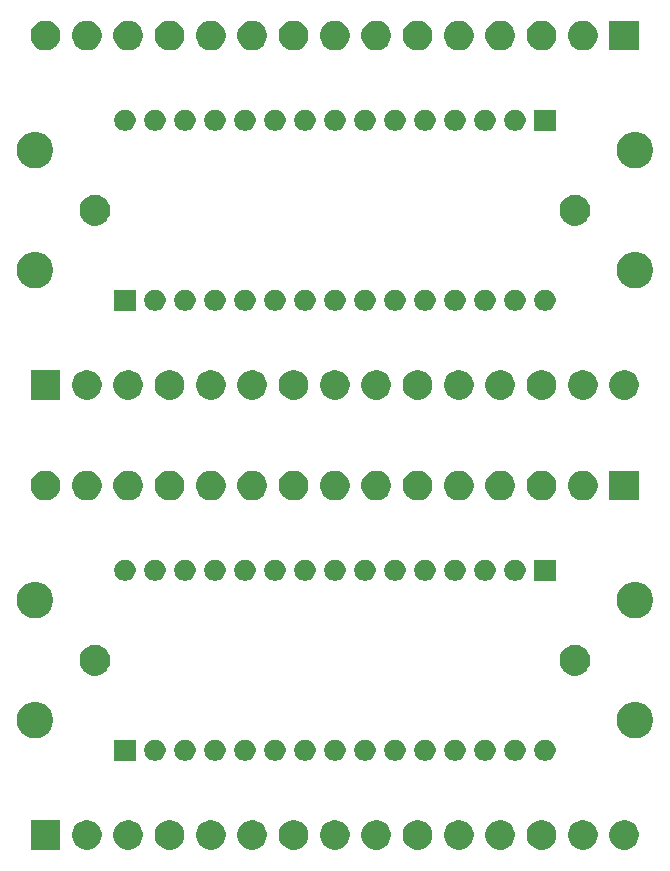
<source format=gbr>
G04 #@! TF.GenerationSoftware,KiCad,Pcbnew,5.1.5-52549c5~86~ubuntu18.04.1*
G04 #@! TF.CreationDate,2020-09-14T14:07:13-05:00*
G04 #@! TF.ProjectId,,58585858-5858-4585-9858-585858585858,rev?*
G04 #@! TF.SameCoordinates,Original*
G04 #@! TF.FileFunction,Soldermask,Bot*
G04 #@! TF.FilePolarity,Negative*
%FSLAX46Y46*%
G04 Gerber Fmt 4.6, Leading zero omitted, Abs format (unit mm)*
G04 Created by KiCad (PCBNEW 5.1.5-52549c5~86~ubuntu18.04.1) date 2020-09-14 14:07:13*
%MOMM*%
%LPD*%
G04 APERTURE LIST*
%ADD10C,0.100000*%
G04 APERTURE END LIST*
D10*
G36*
X110752503Y-107224675D02*
G01*
X110980171Y-107318978D01*
X111185066Y-107455885D01*
X111359315Y-107630134D01*
X111496222Y-107835029D01*
X111590525Y-108062697D01*
X111638600Y-108304387D01*
X111638600Y-108550813D01*
X111590525Y-108792503D01*
X111496222Y-109020171D01*
X111359315Y-109225066D01*
X111185066Y-109399315D01*
X110980171Y-109536222D01*
X110980170Y-109536223D01*
X110980169Y-109536223D01*
X110752503Y-109630525D01*
X110510814Y-109678600D01*
X110264386Y-109678600D01*
X110022697Y-109630525D01*
X109795031Y-109536223D01*
X109795030Y-109536223D01*
X109795029Y-109536222D01*
X109590134Y-109399315D01*
X109415885Y-109225066D01*
X109278978Y-109020171D01*
X109184675Y-108792503D01*
X109136600Y-108550813D01*
X109136600Y-108304387D01*
X109184675Y-108062697D01*
X109278978Y-107835029D01*
X109415885Y-107630134D01*
X109590134Y-107455885D01*
X109795029Y-107318978D01*
X110022697Y-107224675D01*
X110264386Y-107176600D01*
X110510814Y-107176600D01*
X110752503Y-107224675D01*
G37*
G36*
X82752503Y-107224675D02*
G01*
X82980171Y-107318978D01*
X83185066Y-107455885D01*
X83359315Y-107630134D01*
X83496222Y-107835029D01*
X83590525Y-108062697D01*
X83638600Y-108304387D01*
X83638600Y-108550813D01*
X83590525Y-108792503D01*
X83496222Y-109020171D01*
X83359315Y-109225066D01*
X83185066Y-109399315D01*
X82980171Y-109536222D01*
X82980170Y-109536223D01*
X82980169Y-109536223D01*
X82752503Y-109630525D01*
X82510814Y-109678600D01*
X82264386Y-109678600D01*
X82022697Y-109630525D01*
X81795031Y-109536223D01*
X81795030Y-109536223D01*
X81795029Y-109536222D01*
X81590134Y-109399315D01*
X81415885Y-109225066D01*
X81278978Y-109020171D01*
X81184675Y-108792503D01*
X81136600Y-108550813D01*
X81136600Y-108304387D01*
X81184675Y-108062697D01*
X81278978Y-107835029D01*
X81415885Y-107630134D01*
X81590134Y-107455885D01*
X81795029Y-107318978D01*
X82022697Y-107224675D01*
X82264386Y-107176600D01*
X82510814Y-107176600D01*
X82752503Y-107224675D01*
G37*
G36*
X62638600Y-109678600D02*
G01*
X60136600Y-109678600D01*
X60136600Y-107176600D01*
X62638600Y-107176600D01*
X62638600Y-109678600D01*
G37*
G36*
X65252503Y-107224675D02*
G01*
X65480171Y-107318978D01*
X65685066Y-107455885D01*
X65859315Y-107630134D01*
X65996222Y-107835029D01*
X66090525Y-108062697D01*
X66138600Y-108304387D01*
X66138600Y-108550813D01*
X66090525Y-108792503D01*
X65996222Y-109020171D01*
X65859315Y-109225066D01*
X65685066Y-109399315D01*
X65480171Y-109536222D01*
X65480170Y-109536223D01*
X65480169Y-109536223D01*
X65252503Y-109630525D01*
X65010814Y-109678600D01*
X64764386Y-109678600D01*
X64522697Y-109630525D01*
X64295031Y-109536223D01*
X64295030Y-109536223D01*
X64295029Y-109536222D01*
X64090134Y-109399315D01*
X63915885Y-109225066D01*
X63778978Y-109020171D01*
X63684675Y-108792503D01*
X63636600Y-108550813D01*
X63636600Y-108304387D01*
X63684675Y-108062697D01*
X63778978Y-107835029D01*
X63915885Y-107630134D01*
X64090134Y-107455885D01*
X64295029Y-107318978D01*
X64522697Y-107224675D01*
X64764386Y-107176600D01*
X65010814Y-107176600D01*
X65252503Y-107224675D01*
G37*
G36*
X68752503Y-107224675D02*
G01*
X68980171Y-107318978D01*
X69185066Y-107455885D01*
X69359315Y-107630134D01*
X69496222Y-107835029D01*
X69590525Y-108062697D01*
X69638600Y-108304387D01*
X69638600Y-108550813D01*
X69590525Y-108792503D01*
X69496222Y-109020171D01*
X69359315Y-109225066D01*
X69185066Y-109399315D01*
X68980171Y-109536222D01*
X68980170Y-109536223D01*
X68980169Y-109536223D01*
X68752503Y-109630525D01*
X68510814Y-109678600D01*
X68264386Y-109678600D01*
X68022697Y-109630525D01*
X67795031Y-109536223D01*
X67795030Y-109536223D01*
X67795029Y-109536222D01*
X67590134Y-109399315D01*
X67415885Y-109225066D01*
X67278978Y-109020171D01*
X67184675Y-108792503D01*
X67136600Y-108550813D01*
X67136600Y-108304387D01*
X67184675Y-108062697D01*
X67278978Y-107835029D01*
X67415885Y-107630134D01*
X67590134Y-107455885D01*
X67795029Y-107318978D01*
X68022697Y-107224675D01*
X68264386Y-107176600D01*
X68510814Y-107176600D01*
X68752503Y-107224675D01*
G37*
G36*
X72252503Y-107224675D02*
G01*
X72480171Y-107318978D01*
X72685066Y-107455885D01*
X72859315Y-107630134D01*
X72996222Y-107835029D01*
X73090525Y-108062697D01*
X73138600Y-108304387D01*
X73138600Y-108550813D01*
X73090525Y-108792503D01*
X72996222Y-109020171D01*
X72859315Y-109225066D01*
X72685066Y-109399315D01*
X72480171Y-109536222D01*
X72480170Y-109536223D01*
X72480169Y-109536223D01*
X72252503Y-109630525D01*
X72010814Y-109678600D01*
X71764386Y-109678600D01*
X71522697Y-109630525D01*
X71295031Y-109536223D01*
X71295030Y-109536223D01*
X71295029Y-109536222D01*
X71090134Y-109399315D01*
X70915885Y-109225066D01*
X70778978Y-109020171D01*
X70684675Y-108792503D01*
X70636600Y-108550813D01*
X70636600Y-108304387D01*
X70684675Y-108062697D01*
X70778978Y-107835029D01*
X70915885Y-107630134D01*
X71090134Y-107455885D01*
X71295029Y-107318978D01*
X71522697Y-107224675D01*
X71764386Y-107176600D01*
X72010814Y-107176600D01*
X72252503Y-107224675D01*
G37*
G36*
X75752503Y-107224675D02*
G01*
X75980171Y-107318978D01*
X76185066Y-107455885D01*
X76359315Y-107630134D01*
X76496222Y-107835029D01*
X76590525Y-108062697D01*
X76638600Y-108304387D01*
X76638600Y-108550813D01*
X76590525Y-108792503D01*
X76496222Y-109020171D01*
X76359315Y-109225066D01*
X76185066Y-109399315D01*
X75980171Y-109536222D01*
X75980170Y-109536223D01*
X75980169Y-109536223D01*
X75752503Y-109630525D01*
X75510814Y-109678600D01*
X75264386Y-109678600D01*
X75022697Y-109630525D01*
X74795031Y-109536223D01*
X74795030Y-109536223D01*
X74795029Y-109536222D01*
X74590134Y-109399315D01*
X74415885Y-109225066D01*
X74278978Y-109020171D01*
X74184675Y-108792503D01*
X74136600Y-108550813D01*
X74136600Y-108304387D01*
X74184675Y-108062697D01*
X74278978Y-107835029D01*
X74415885Y-107630134D01*
X74590134Y-107455885D01*
X74795029Y-107318978D01*
X75022697Y-107224675D01*
X75264386Y-107176600D01*
X75510814Y-107176600D01*
X75752503Y-107224675D01*
G37*
G36*
X79252503Y-107224675D02*
G01*
X79480171Y-107318978D01*
X79685066Y-107455885D01*
X79859315Y-107630134D01*
X79996222Y-107835029D01*
X80090525Y-108062697D01*
X80138600Y-108304387D01*
X80138600Y-108550813D01*
X80090525Y-108792503D01*
X79996222Y-109020171D01*
X79859315Y-109225066D01*
X79685066Y-109399315D01*
X79480171Y-109536222D01*
X79480170Y-109536223D01*
X79480169Y-109536223D01*
X79252503Y-109630525D01*
X79010814Y-109678600D01*
X78764386Y-109678600D01*
X78522697Y-109630525D01*
X78295031Y-109536223D01*
X78295030Y-109536223D01*
X78295029Y-109536222D01*
X78090134Y-109399315D01*
X77915885Y-109225066D01*
X77778978Y-109020171D01*
X77684675Y-108792503D01*
X77636600Y-108550813D01*
X77636600Y-108304387D01*
X77684675Y-108062697D01*
X77778978Y-107835029D01*
X77915885Y-107630134D01*
X78090134Y-107455885D01*
X78295029Y-107318978D01*
X78522697Y-107224675D01*
X78764386Y-107176600D01*
X79010814Y-107176600D01*
X79252503Y-107224675D01*
G37*
G36*
X86252503Y-107224675D02*
G01*
X86480171Y-107318978D01*
X86685066Y-107455885D01*
X86859315Y-107630134D01*
X86996222Y-107835029D01*
X87090525Y-108062697D01*
X87138600Y-108304387D01*
X87138600Y-108550813D01*
X87090525Y-108792503D01*
X86996222Y-109020171D01*
X86859315Y-109225066D01*
X86685066Y-109399315D01*
X86480171Y-109536222D01*
X86480170Y-109536223D01*
X86480169Y-109536223D01*
X86252503Y-109630525D01*
X86010814Y-109678600D01*
X85764386Y-109678600D01*
X85522697Y-109630525D01*
X85295031Y-109536223D01*
X85295030Y-109536223D01*
X85295029Y-109536222D01*
X85090134Y-109399315D01*
X84915885Y-109225066D01*
X84778978Y-109020171D01*
X84684675Y-108792503D01*
X84636600Y-108550813D01*
X84636600Y-108304387D01*
X84684675Y-108062697D01*
X84778978Y-107835029D01*
X84915885Y-107630134D01*
X85090134Y-107455885D01*
X85295029Y-107318978D01*
X85522697Y-107224675D01*
X85764386Y-107176600D01*
X86010814Y-107176600D01*
X86252503Y-107224675D01*
G37*
G36*
X89752503Y-107224675D02*
G01*
X89980171Y-107318978D01*
X90185066Y-107455885D01*
X90359315Y-107630134D01*
X90496222Y-107835029D01*
X90590525Y-108062697D01*
X90638600Y-108304387D01*
X90638600Y-108550813D01*
X90590525Y-108792503D01*
X90496222Y-109020171D01*
X90359315Y-109225066D01*
X90185066Y-109399315D01*
X89980171Y-109536222D01*
X89980170Y-109536223D01*
X89980169Y-109536223D01*
X89752503Y-109630525D01*
X89510814Y-109678600D01*
X89264386Y-109678600D01*
X89022697Y-109630525D01*
X88795031Y-109536223D01*
X88795030Y-109536223D01*
X88795029Y-109536222D01*
X88590134Y-109399315D01*
X88415885Y-109225066D01*
X88278978Y-109020171D01*
X88184675Y-108792503D01*
X88136600Y-108550813D01*
X88136600Y-108304387D01*
X88184675Y-108062697D01*
X88278978Y-107835029D01*
X88415885Y-107630134D01*
X88590134Y-107455885D01*
X88795029Y-107318978D01*
X89022697Y-107224675D01*
X89264386Y-107176600D01*
X89510814Y-107176600D01*
X89752503Y-107224675D01*
G37*
G36*
X93252503Y-107224675D02*
G01*
X93480171Y-107318978D01*
X93685066Y-107455885D01*
X93859315Y-107630134D01*
X93996222Y-107835029D01*
X94090525Y-108062697D01*
X94138600Y-108304387D01*
X94138600Y-108550813D01*
X94090525Y-108792503D01*
X93996222Y-109020171D01*
X93859315Y-109225066D01*
X93685066Y-109399315D01*
X93480171Y-109536222D01*
X93480170Y-109536223D01*
X93480169Y-109536223D01*
X93252503Y-109630525D01*
X93010814Y-109678600D01*
X92764386Y-109678600D01*
X92522697Y-109630525D01*
X92295031Y-109536223D01*
X92295030Y-109536223D01*
X92295029Y-109536222D01*
X92090134Y-109399315D01*
X91915885Y-109225066D01*
X91778978Y-109020171D01*
X91684675Y-108792503D01*
X91636600Y-108550813D01*
X91636600Y-108304387D01*
X91684675Y-108062697D01*
X91778978Y-107835029D01*
X91915885Y-107630134D01*
X92090134Y-107455885D01*
X92295029Y-107318978D01*
X92522697Y-107224675D01*
X92764386Y-107176600D01*
X93010814Y-107176600D01*
X93252503Y-107224675D01*
G37*
G36*
X96752503Y-107224675D02*
G01*
X96980171Y-107318978D01*
X97185066Y-107455885D01*
X97359315Y-107630134D01*
X97496222Y-107835029D01*
X97590525Y-108062697D01*
X97638600Y-108304387D01*
X97638600Y-108550813D01*
X97590525Y-108792503D01*
X97496222Y-109020171D01*
X97359315Y-109225066D01*
X97185066Y-109399315D01*
X96980171Y-109536222D01*
X96980170Y-109536223D01*
X96980169Y-109536223D01*
X96752503Y-109630525D01*
X96510814Y-109678600D01*
X96264386Y-109678600D01*
X96022697Y-109630525D01*
X95795031Y-109536223D01*
X95795030Y-109536223D01*
X95795029Y-109536222D01*
X95590134Y-109399315D01*
X95415885Y-109225066D01*
X95278978Y-109020171D01*
X95184675Y-108792503D01*
X95136600Y-108550813D01*
X95136600Y-108304387D01*
X95184675Y-108062697D01*
X95278978Y-107835029D01*
X95415885Y-107630134D01*
X95590134Y-107455885D01*
X95795029Y-107318978D01*
X96022697Y-107224675D01*
X96264386Y-107176600D01*
X96510814Y-107176600D01*
X96752503Y-107224675D01*
G37*
G36*
X100252503Y-107224675D02*
G01*
X100480171Y-107318978D01*
X100685066Y-107455885D01*
X100859315Y-107630134D01*
X100996222Y-107835029D01*
X101090525Y-108062697D01*
X101138600Y-108304387D01*
X101138600Y-108550813D01*
X101090525Y-108792503D01*
X100996222Y-109020171D01*
X100859315Y-109225066D01*
X100685066Y-109399315D01*
X100480171Y-109536222D01*
X100480170Y-109536223D01*
X100480169Y-109536223D01*
X100252503Y-109630525D01*
X100010814Y-109678600D01*
X99764386Y-109678600D01*
X99522697Y-109630525D01*
X99295031Y-109536223D01*
X99295030Y-109536223D01*
X99295029Y-109536222D01*
X99090134Y-109399315D01*
X98915885Y-109225066D01*
X98778978Y-109020171D01*
X98684675Y-108792503D01*
X98636600Y-108550813D01*
X98636600Y-108304387D01*
X98684675Y-108062697D01*
X98778978Y-107835029D01*
X98915885Y-107630134D01*
X99090134Y-107455885D01*
X99295029Y-107318978D01*
X99522697Y-107224675D01*
X99764386Y-107176600D01*
X100010814Y-107176600D01*
X100252503Y-107224675D01*
G37*
G36*
X103752503Y-107224675D02*
G01*
X103980171Y-107318978D01*
X104185066Y-107455885D01*
X104359315Y-107630134D01*
X104496222Y-107835029D01*
X104590525Y-108062697D01*
X104638600Y-108304387D01*
X104638600Y-108550813D01*
X104590525Y-108792503D01*
X104496222Y-109020171D01*
X104359315Y-109225066D01*
X104185066Y-109399315D01*
X103980171Y-109536222D01*
X103980170Y-109536223D01*
X103980169Y-109536223D01*
X103752503Y-109630525D01*
X103510814Y-109678600D01*
X103264386Y-109678600D01*
X103022697Y-109630525D01*
X102795031Y-109536223D01*
X102795030Y-109536223D01*
X102795029Y-109536222D01*
X102590134Y-109399315D01*
X102415885Y-109225066D01*
X102278978Y-109020171D01*
X102184675Y-108792503D01*
X102136600Y-108550813D01*
X102136600Y-108304387D01*
X102184675Y-108062697D01*
X102278978Y-107835029D01*
X102415885Y-107630134D01*
X102590134Y-107455885D01*
X102795029Y-107318978D01*
X103022697Y-107224675D01*
X103264386Y-107176600D01*
X103510814Y-107176600D01*
X103752503Y-107224675D01*
G37*
G36*
X107252503Y-107224675D02*
G01*
X107480171Y-107318978D01*
X107685066Y-107455885D01*
X107859315Y-107630134D01*
X107996222Y-107835029D01*
X108090525Y-108062697D01*
X108138600Y-108304387D01*
X108138600Y-108550813D01*
X108090525Y-108792503D01*
X107996222Y-109020171D01*
X107859315Y-109225066D01*
X107685066Y-109399315D01*
X107480171Y-109536222D01*
X107480170Y-109536223D01*
X107480169Y-109536223D01*
X107252503Y-109630525D01*
X107010814Y-109678600D01*
X106764386Y-109678600D01*
X106522697Y-109630525D01*
X106295031Y-109536223D01*
X106295030Y-109536223D01*
X106295029Y-109536222D01*
X106090134Y-109399315D01*
X105915885Y-109225066D01*
X105778978Y-109020171D01*
X105684675Y-108792503D01*
X105636600Y-108550813D01*
X105636600Y-108304387D01*
X105684675Y-108062697D01*
X105778978Y-107835029D01*
X105915885Y-107630134D01*
X106090134Y-107455885D01*
X106295029Y-107318978D01*
X106522697Y-107224675D01*
X106764386Y-107176600D01*
X107010814Y-107176600D01*
X107252503Y-107224675D01*
G37*
G36*
X78381112Y-100358527D02*
G01*
X78530412Y-100388224D01*
X78694384Y-100456144D01*
X78841954Y-100554747D01*
X78967453Y-100680246D01*
X79066056Y-100827816D01*
X79133976Y-100991788D01*
X79168600Y-101165859D01*
X79168600Y-101343341D01*
X79133976Y-101517412D01*
X79066056Y-101681384D01*
X78967453Y-101828954D01*
X78841954Y-101954453D01*
X78694384Y-102053056D01*
X78530412Y-102120976D01*
X78381112Y-102150673D01*
X78356342Y-102155600D01*
X78178858Y-102155600D01*
X78154088Y-102150673D01*
X78004788Y-102120976D01*
X77840816Y-102053056D01*
X77693246Y-101954453D01*
X77567747Y-101828954D01*
X77469144Y-101681384D01*
X77401224Y-101517412D01*
X77366600Y-101343341D01*
X77366600Y-101165859D01*
X77401224Y-100991788D01*
X77469144Y-100827816D01*
X77567747Y-100680246D01*
X77693246Y-100554747D01*
X77840816Y-100456144D01*
X78004788Y-100388224D01*
X78154088Y-100358527D01*
X78178858Y-100353600D01*
X78356342Y-100353600D01*
X78381112Y-100358527D01*
G37*
G36*
X86001112Y-100358527D02*
G01*
X86150412Y-100388224D01*
X86314384Y-100456144D01*
X86461954Y-100554747D01*
X86587453Y-100680246D01*
X86686056Y-100827816D01*
X86753976Y-100991788D01*
X86788600Y-101165859D01*
X86788600Y-101343341D01*
X86753976Y-101517412D01*
X86686056Y-101681384D01*
X86587453Y-101828954D01*
X86461954Y-101954453D01*
X86314384Y-102053056D01*
X86150412Y-102120976D01*
X86001112Y-102150673D01*
X85976342Y-102155600D01*
X85798858Y-102155600D01*
X85774088Y-102150673D01*
X85624788Y-102120976D01*
X85460816Y-102053056D01*
X85313246Y-101954453D01*
X85187747Y-101828954D01*
X85089144Y-101681384D01*
X85021224Y-101517412D01*
X84986600Y-101343341D01*
X84986600Y-101165859D01*
X85021224Y-100991788D01*
X85089144Y-100827816D01*
X85187747Y-100680246D01*
X85313246Y-100554747D01*
X85460816Y-100456144D01*
X85624788Y-100388224D01*
X85774088Y-100358527D01*
X85798858Y-100353600D01*
X85976342Y-100353600D01*
X86001112Y-100358527D01*
G37*
G36*
X91081112Y-100358527D02*
G01*
X91230412Y-100388224D01*
X91394384Y-100456144D01*
X91541954Y-100554747D01*
X91667453Y-100680246D01*
X91766056Y-100827816D01*
X91833976Y-100991788D01*
X91868600Y-101165859D01*
X91868600Y-101343341D01*
X91833976Y-101517412D01*
X91766056Y-101681384D01*
X91667453Y-101828954D01*
X91541954Y-101954453D01*
X91394384Y-102053056D01*
X91230412Y-102120976D01*
X91081112Y-102150673D01*
X91056342Y-102155600D01*
X90878858Y-102155600D01*
X90854088Y-102150673D01*
X90704788Y-102120976D01*
X90540816Y-102053056D01*
X90393246Y-101954453D01*
X90267747Y-101828954D01*
X90169144Y-101681384D01*
X90101224Y-101517412D01*
X90066600Y-101343341D01*
X90066600Y-101165859D01*
X90101224Y-100991788D01*
X90169144Y-100827816D01*
X90267747Y-100680246D01*
X90393246Y-100554747D01*
X90540816Y-100456144D01*
X90704788Y-100388224D01*
X90854088Y-100358527D01*
X90878858Y-100353600D01*
X91056342Y-100353600D01*
X91081112Y-100358527D01*
G37*
G36*
X93621112Y-100358527D02*
G01*
X93770412Y-100388224D01*
X93934384Y-100456144D01*
X94081954Y-100554747D01*
X94207453Y-100680246D01*
X94306056Y-100827816D01*
X94373976Y-100991788D01*
X94408600Y-101165859D01*
X94408600Y-101343341D01*
X94373976Y-101517412D01*
X94306056Y-101681384D01*
X94207453Y-101828954D01*
X94081954Y-101954453D01*
X93934384Y-102053056D01*
X93770412Y-102120976D01*
X93621112Y-102150673D01*
X93596342Y-102155600D01*
X93418858Y-102155600D01*
X93394088Y-102150673D01*
X93244788Y-102120976D01*
X93080816Y-102053056D01*
X92933246Y-101954453D01*
X92807747Y-101828954D01*
X92709144Y-101681384D01*
X92641224Y-101517412D01*
X92606600Y-101343341D01*
X92606600Y-101165859D01*
X92641224Y-100991788D01*
X92709144Y-100827816D01*
X92807747Y-100680246D01*
X92933246Y-100554747D01*
X93080816Y-100456144D01*
X93244788Y-100388224D01*
X93394088Y-100358527D01*
X93418858Y-100353600D01*
X93596342Y-100353600D01*
X93621112Y-100358527D01*
G37*
G36*
X98701112Y-100358527D02*
G01*
X98850412Y-100388224D01*
X99014384Y-100456144D01*
X99161954Y-100554747D01*
X99287453Y-100680246D01*
X99386056Y-100827816D01*
X99453976Y-100991788D01*
X99488600Y-101165859D01*
X99488600Y-101343341D01*
X99453976Y-101517412D01*
X99386056Y-101681384D01*
X99287453Y-101828954D01*
X99161954Y-101954453D01*
X99014384Y-102053056D01*
X98850412Y-102120976D01*
X98701112Y-102150673D01*
X98676342Y-102155600D01*
X98498858Y-102155600D01*
X98474088Y-102150673D01*
X98324788Y-102120976D01*
X98160816Y-102053056D01*
X98013246Y-101954453D01*
X97887747Y-101828954D01*
X97789144Y-101681384D01*
X97721224Y-101517412D01*
X97686600Y-101343341D01*
X97686600Y-101165859D01*
X97721224Y-100991788D01*
X97789144Y-100827816D01*
X97887747Y-100680246D01*
X98013246Y-100554747D01*
X98160816Y-100456144D01*
X98324788Y-100388224D01*
X98474088Y-100358527D01*
X98498858Y-100353600D01*
X98676342Y-100353600D01*
X98701112Y-100358527D01*
G37*
G36*
X88541112Y-100358527D02*
G01*
X88690412Y-100388224D01*
X88854384Y-100456144D01*
X89001954Y-100554747D01*
X89127453Y-100680246D01*
X89226056Y-100827816D01*
X89293976Y-100991788D01*
X89328600Y-101165859D01*
X89328600Y-101343341D01*
X89293976Y-101517412D01*
X89226056Y-101681384D01*
X89127453Y-101828954D01*
X89001954Y-101954453D01*
X88854384Y-102053056D01*
X88690412Y-102120976D01*
X88541112Y-102150673D01*
X88516342Y-102155600D01*
X88338858Y-102155600D01*
X88314088Y-102150673D01*
X88164788Y-102120976D01*
X88000816Y-102053056D01*
X87853246Y-101954453D01*
X87727747Y-101828954D01*
X87629144Y-101681384D01*
X87561224Y-101517412D01*
X87526600Y-101343341D01*
X87526600Y-101165859D01*
X87561224Y-100991788D01*
X87629144Y-100827816D01*
X87727747Y-100680246D01*
X87853246Y-100554747D01*
X88000816Y-100456144D01*
X88164788Y-100388224D01*
X88314088Y-100358527D01*
X88338858Y-100353600D01*
X88516342Y-100353600D01*
X88541112Y-100358527D01*
G37*
G36*
X83461112Y-100358527D02*
G01*
X83610412Y-100388224D01*
X83774384Y-100456144D01*
X83921954Y-100554747D01*
X84047453Y-100680246D01*
X84146056Y-100827816D01*
X84213976Y-100991788D01*
X84248600Y-101165859D01*
X84248600Y-101343341D01*
X84213976Y-101517412D01*
X84146056Y-101681384D01*
X84047453Y-101828954D01*
X83921954Y-101954453D01*
X83774384Y-102053056D01*
X83610412Y-102120976D01*
X83461112Y-102150673D01*
X83436342Y-102155600D01*
X83258858Y-102155600D01*
X83234088Y-102150673D01*
X83084788Y-102120976D01*
X82920816Y-102053056D01*
X82773246Y-101954453D01*
X82647747Y-101828954D01*
X82549144Y-101681384D01*
X82481224Y-101517412D01*
X82446600Y-101343341D01*
X82446600Y-101165859D01*
X82481224Y-100991788D01*
X82549144Y-100827816D01*
X82647747Y-100680246D01*
X82773246Y-100554747D01*
X82920816Y-100456144D01*
X83084788Y-100388224D01*
X83234088Y-100358527D01*
X83258858Y-100353600D01*
X83436342Y-100353600D01*
X83461112Y-100358527D01*
G37*
G36*
X80921112Y-100358527D02*
G01*
X81070412Y-100388224D01*
X81234384Y-100456144D01*
X81381954Y-100554747D01*
X81507453Y-100680246D01*
X81606056Y-100827816D01*
X81673976Y-100991788D01*
X81708600Y-101165859D01*
X81708600Y-101343341D01*
X81673976Y-101517412D01*
X81606056Y-101681384D01*
X81507453Y-101828954D01*
X81381954Y-101954453D01*
X81234384Y-102053056D01*
X81070412Y-102120976D01*
X80921112Y-102150673D01*
X80896342Y-102155600D01*
X80718858Y-102155600D01*
X80694088Y-102150673D01*
X80544788Y-102120976D01*
X80380816Y-102053056D01*
X80233246Y-101954453D01*
X80107747Y-101828954D01*
X80009144Y-101681384D01*
X79941224Y-101517412D01*
X79906600Y-101343341D01*
X79906600Y-101165859D01*
X79941224Y-100991788D01*
X80009144Y-100827816D01*
X80107747Y-100680246D01*
X80233246Y-100554747D01*
X80380816Y-100456144D01*
X80544788Y-100388224D01*
X80694088Y-100358527D01*
X80718858Y-100353600D01*
X80896342Y-100353600D01*
X80921112Y-100358527D01*
G37*
G36*
X75841112Y-100358527D02*
G01*
X75990412Y-100388224D01*
X76154384Y-100456144D01*
X76301954Y-100554747D01*
X76427453Y-100680246D01*
X76526056Y-100827816D01*
X76593976Y-100991788D01*
X76628600Y-101165859D01*
X76628600Y-101343341D01*
X76593976Y-101517412D01*
X76526056Y-101681384D01*
X76427453Y-101828954D01*
X76301954Y-101954453D01*
X76154384Y-102053056D01*
X75990412Y-102120976D01*
X75841112Y-102150673D01*
X75816342Y-102155600D01*
X75638858Y-102155600D01*
X75614088Y-102150673D01*
X75464788Y-102120976D01*
X75300816Y-102053056D01*
X75153246Y-101954453D01*
X75027747Y-101828954D01*
X74929144Y-101681384D01*
X74861224Y-101517412D01*
X74826600Y-101343341D01*
X74826600Y-101165859D01*
X74861224Y-100991788D01*
X74929144Y-100827816D01*
X75027747Y-100680246D01*
X75153246Y-100554747D01*
X75300816Y-100456144D01*
X75464788Y-100388224D01*
X75614088Y-100358527D01*
X75638858Y-100353600D01*
X75816342Y-100353600D01*
X75841112Y-100358527D01*
G37*
G36*
X73301112Y-100358527D02*
G01*
X73450412Y-100388224D01*
X73614384Y-100456144D01*
X73761954Y-100554747D01*
X73887453Y-100680246D01*
X73986056Y-100827816D01*
X74053976Y-100991788D01*
X74088600Y-101165859D01*
X74088600Y-101343341D01*
X74053976Y-101517412D01*
X73986056Y-101681384D01*
X73887453Y-101828954D01*
X73761954Y-101954453D01*
X73614384Y-102053056D01*
X73450412Y-102120976D01*
X73301112Y-102150673D01*
X73276342Y-102155600D01*
X73098858Y-102155600D01*
X73074088Y-102150673D01*
X72924788Y-102120976D01*
X72760816Y-102053056D01*
X72613246Y-101954453D01*
X72487747Y-101828954D01*
X72389144Y-101681384D01*
X72321224Y-101517412D01*
X72286600Y-101343341D01*
X72286600Y-101165859D01*
X72321224Y-100991788D01*
X72389144Y-100827816D01*
X72487747Y-100680246D01*
X72613246Y-100554747D01*
X72760816Y-100456144D01*
X72924788Y-100388224D01*
X73074088Y-100358527D01*
X73098858Y-100353600D01*
X73276342Y-100353600D01*
X73301112Y-100358527D01*
G37*
G36*
X70761112Y-100358527D02*
G01*
X70910412Y-100388224D01*
X71074384Y-100456144D01*
X71221954Y-100554747D01*
X71347453Y-100680246D01*
X71446056Y-100827816D01*
X71513976Y-100991788D01*
X71548600Y-101165859D01*
X71548600Y-101343341D01*
X71513976Y-101517412D01*
X71446056Y-101681384D01*
X71347453Y-101828954D01*
X71221954Y-101954453D01*
X71074384Y-102053056D01*
X70910412Y-102120976D01*
X70761112Y-102150673D01*
X70736342Y-102155600D01*
X70558858Y-102155600D01*
X70534088Y-102150673D01*
X70384788Y-102120976D01*
X70220816Y-102053056D01*
X70073246Y-101954453D01*
X69947747Y-101828954D01*
X69849144Y-101681384D01*
X69781224Y-101517412D01*
X69746600Y-101343341D01*
X69746600Y-101165859D01*
X69781224Y-100991788D01*
X69849144Y-100827816D01*
X69947747Y-100680246D01*
X70073246Y-100554747D01*
X70220816Y-100456144D01*
X70384788Y-100388224D01*
X70534088Y-100358527D01*
X70558858Y-100353600D01*
X70736342Y-100353600D01*
X70761112Y-100358527D01*
G37*
G36*
X69008600Y-102155600D02*
G01*
X67206600Y-102155600D01*
X67206600Y-100353600D01*
X69008600Y-100353600D01*
X69008600Y-102155600D01*
G37*
G36*
X101241112Y-100358527D02*
G01*
X101390412Y-100388224D01*
X101554384Y-100456144D01*
X101701954Y-100554747D01*
X101827453Y-100680246D01*
X101926056Y-100827816D01*
X101993976Y-100991788D01*
X102028600Y-101165859D01*
X102028600Y-101343341D01*
X101993976Y-101517412D01*
X101926056Y-101681384D01*
X101827453Y-101828954D01*
X101701954Y-101954453D01*
X101554384Y-102053056D01*
X101390412Y-102120976D01*
X101241112Y-102150673D01*
X101216342Y-102155600D01*
X101038858Y-102155600D01*
X101014088Y-102150673D01*
X100864788Y-102120976D01*
X100700816Y-102053056D01*
X100553246Y-101954453D01*
X100427747Y-101828954D01*
X100329144Y-101681384D01*
X100261224Y-101517412D01*
X100226600Y-101343341D01*
X100226600Y-101165859D01*
X100261224Y-100991788D01*
X100329144Y-100827816D01*
X100427747Y-100680246D01*
X100553246Y-100554747D01*
X100700816Y-100456144D01*
X100864788Y-100388224D01*
X101014088Y-100358527D01*
X101038858Y-100353600D01*
X101216342Y-100353600D01*
X101241112Y-100358527D01*
G37*
G36*
X103781112Y-100358527D02*
G01*
X103930412Y-100388224D01*
X104094384Y-100456144D01*
X104241954Y-100554747D01*
X104367453Y-100680246D01*
X104466056Y-100827816D01*
X104533976Y-100991788D01*
X104568600Y-101165859D01*
X104568600Y-101343341D01*
X104533976Y-101517412D01*
X104466056Y-101681384D01*
X104367453Y-101828954D01*
X104241954Y-101954453D01*
X104094384Y-102053056D01*
X103930412Y-102120976D01*
X103781112Y-102150673D01*
X103756342Y-102155600D01*
X103578858Y-102155600D01*
X103554088Y-102150673D01*
X103404788Y-102120976D01*
X103240816Y-102053056D01*
X103093246Y-101954453D01*
X102967747Y-101828954D01*
X102869144Y-101681384D01*
X102801224Y-101517412D01*
X102766600Y-101343341D01*
X102766600Y-101165859D01*
X102801224Y-100991788D01*
X102869144Y-100827816D01*
X102967747Y-100680246D01*
X103093246Y-100554747D01*
X103240816Y-100456144D01*
X103404788Y-100388224D01*
X103554088Y-100358527D01*
X103578858Y-100353600D01*
X103756342Y-100353600D01*
X103781112Y-100358527D01*
G37*
G36*
X96161112Y-100358527D02*
G01*
X96310412Y-100388224D01*
X96474384Y-100456144D01*
X96621954Y-100554747D01*
X96747453Y-100680246D01*
X96846056Y-100827816D01*
X96913976Y-100991788D01*
X96948600Y-101165859D01*
X96948600Y-101343341D01*
X96913976Y-101517412D01*
X96846056Y-101681384D01*
X96747453Y-101828954D01*
X96621954Y-101954453D01*
X96474384Y-102053056D01*
X96310412Y-102120976D01*
X96161112Y-102150673D01*
X96136342Y-102155600D01*
X95958858Y-102155600D01*
X95934088Y-102150673D01*
X95784788Y-102120976D01*
X95620816Y-102053056D01*
X95473246Y-101954453D01*
X95347747Y-101828954D01*
X95249144Y-101681384D01*
X95181224Y-101517412D01*
X95146600Y-101343341D01*
X95146600Y-101165859D01*
X95181224Y-100991788D01*
X95249144Y-100827816D01*
X95347747Y-100680246D01*
X95473246Y-100554747D01*
X95620816Y-100456144D01*
X95784788Y-100388224D01*
X95934088Y-100358527D01*
X95958858Y-100353600D01*
X96136342Y-100353600D01*
X96161112Y-100358527D01*
G37*
G36*
X111590185Y-97193402D02*
G01*
X111740010Y-97223204D01*
X112022274Y-97340121D01*
X112276305Y-97509859D01*
X112492341Y-97725895D01*
X112662079Y-97979926D01*
X112778996Y-98262190D01*
X112838600Y-98561840D01*
X112838600Y-98867360D01*
X112778996Y-99167010D01*
X112662079Y-99449274D01*
X112492341Y-99703305D01*
X112276305Y-99919341D01*
X112022274Y-100089079D01*
X111740010Y-100205996D01*
X111590185Y-100235798D01*
X111440361Y-100265600D01*
X111134839Y-100265600D01*
X110985015Y-100235798D01*
X110835190Y-100205996D01*
X110552926Y-100089079D01*
X110298895Y-99919341D01*
X110082859Y-99703305D01*
X109913121Y-99449274D01*
X109796204Y-99167010D01*
X109736600Y-98867360D01*
X109736600Y-98561840D01*
X109796204Y-98262190D01*
X109913121Y-97979926D01*
X110082859Y-97725895D01*
X110298895Y-97509859D01*
X110552926Y-97340121D01*
X110835190Y-97223204D01*
X110985015Y-97193402D01*
X111134839Y-97163600D01*
X111440361Y-97163600D01*
X111590185Y-97193402D01*
G37*
G36*
X60790185Y-97193402D02*
G01*
X60940010Y-97223204D01*
X61222274Y-97340121D01*
X61476305Y-97509859D01*
X61692341Y-97725895D01*
X61862079Y-97979926D01*
X61978996Y-98262190D01*
X62038600Y-98561840D01*
X62038600Y-98867360D01*
X61978996Y-99167010D01*
X61862079Y-99449274D01*
X61692341Y-99703305D01*
X61476305Y-99919341D01*
X61222274Y-100089079D01*
X60940010Y-100205996D01*
X60790185Y-100235798D01*
X60640361Y-100265600D01*
X60334839Y-100265600D01*
X60185015Y-100235798D01*
X60035190Y-100205996D01*
X59752926Y-100089079D01*
X59498895Y-99919341D01*
X59282859Y-99703305D01*
X59113121Y-99449274D01*
X58996204Y-99167010D01*
X58936600Y-98867360D01*
X58936600Y-98561840D01*
X58996204Y-98262190D01*
X59113121Y-97979926D01*
X59282859Y-97725895D01*
X59498895Y-97509859D01*
X59752926Y-97340121D01*
X60035190Y-97223204D01*
X60185015Y-97193402D01*
X60334839Y-97163600D01*
X60640361Y-97163600D01*
X60790185Y-97193402D01*
G37*
G36*
X106586993Y-92383904D02*
G01*
X106823701Y-92481952D01*
X106823703Y-92481953D01*
X107036735Y-92624296D01*
X107217904Y-92805465D01*
X107360247Y-93018497D01*
X107360248Y-93018499D01*
X107458296Y-93255207D01*
X107508280Y-93506493D01*
X107508280Y-93762707D01*
X107458296Y-94013993D01*
X107360248Y-94250701D01*
X107360247Y-94250703D01*
X107217904Y-94463735D01*
X107036735Y-94644904D01*
X106823703Y-94787247D01*
X106823702Y-94787248D01*
X106823701Y-94787248D01*
X106586993Y-94885296D01*
X106335707Y-94935280D01*
X106079493Y-94935280D01*
X105828207Y-94885296D01*
X105591499Y-94787248D01*
X105591498Y-94787248D01*
X105591497Y-94787247D01*
X105378465Y-94644904D01*
X105197296Y-94463735D01*
X105054953Y-94250703D01*
X105054952Y-94250701D01*
X104956904Y-94013993D01*
X104906920Y-93762707D01*
X104906920Y-93506493D01*
X104956904Y-93255207D01*
X105054952Y-93018499D01*
X105054953Y-93018497D01*
X105197296Y-92805465D01*
X105378465Y-92624296D01*
X105591497Y-92481953D01*
X105591499Y-92481952D01*
X105828207Y-92383904D01*
X106079493Y-92333920D01*
X106335707Y-92333920D01*
X106586993Y-92383904D01*
G37*
G36*
X65946993Y-92383904D02*
G01*
X66183701Y-92481952D01*
X66183703Y-92481953D01*
X66396735Y-92624296D01*
X66577904Y-92805465D01*
X66720247Y-93018497D01*
X66720248Y-93018499D01*
X66818296Y-93255207D01*
X66868280Y-93506493D01*
X66868280Y-93762707D01*
X66818296Y-94013993D01*
X66720248Y-94250701D01*
X66720247Y-94250703D01*
X66577904Y-94463735D01*
X66396735Y-94644904D01*
X66183703Y-94787247D01*
X66183702Y-94787248D01*
X66183701Y-94787248D01*
X65946993Y-94885296D01*
X65695707Y-94935280D01*
X65439493Y-94935280D01*
X65188207Y-94885296D01*
X64951499Y-94787248D01*
X64951498Y-94787248D01*
X64951497Y-94787247D01*
X64738465Y-94644904D01*
X64557296Y-94463735D01*
X64414953Y-94250703D01*
X64414952Y-94250701D01*
X64316904Y-94013993D01*
X64266920Y-93762707D01*
X64266920Y-93506493D01*
X64316904Y-93255207D01*
X64414952Y-93018499D01*
X64414953Y-93018497D01*
X64557296Y-92805465D01*
X64738465Y-92624296D01*
X64951497Y-92481953D01*
X64951499Y-92481952D01*
X65188207Y-92383904D01*
X65439493Y-92333920D01*
X65695707Y-92333920D01*
X65946993Y-92383904D01*
G37*
G36*
X111590185Y-87033402D02*
G01*
X111740010Y-87063204D01*
X112022274Y-87180121D01*
X112276305Y-87349859D01*
X112492341Y-87565895D01*
X112662079Y-87819926D01*
X112778996Y-88102190D01*
X112838600Y-88401840D01*
X112838600Y-88707360D01*
X112778996Y-89007010D01*
X112662079Y-89289274D01*
X112492341Y-89543305D01*
X112276305Y-89759341D01*
X112022274Y-89929079D01*
X111740010Y-90045996D01*
X111590185Y-90075798D01*
X111440361Y-90105600D01*
X111134839Y-90105600D01*
X110985015Y-90075798D01*
X110835190Y-90045996D01*
X110552926Y-89929079D01*
X110298895Y-89759341D01*
X110082859Y-89543305D01*
X109913121Y-89289274D01*
X109796204Y-89007010D01*
X109736600Y-88707360D01*
X109736600Y-88401840D01*
X109796204Y-88102190D01*
X109913121Y-87819926D01*
X110082859Y-87565895D01*
X110298895Y-87349859D01*
X110552926Y-87180121D01*
X110835190Y-87063204D01*
X110985015Y-87033402D01*
X111134839Y-87003600D01*
X111440361Y-87003600D01*
X111590185Y-87033402D01*
G37*
G36*
X60790185Y-87033402D02*
G01*
X60940010Y-87063204D01*
X61222274Y-87180121D01*
X61476305Y-87349859D01*
X61692341Y-87565895D01*
X61862079Y-87819926D01*
X61978996Y-88102190D01*
X62038600Y-88401840D01*
X62038600Y-88707360D01*
X61978996Y-89007010D01*
X61862079Y-89289274D01*
X61692341Y-89543305D01*
X61476305Y-89759341D01*
X61222274Y-89929079D01*
X60940010Y-90045996D01*
X60790185Y-90075798D01*
X60640361Y-90105600D01*
X60334839Y-90105600D01*
X60185015Y-90075798D01*
X60035190Y-90045996D01*
X59752926Y-89929079D01*
X59498895Y-89759341D01*
X59282859Y-89543305D01*
X59113121Y-89289274D01*
X58996204Y-89007010D01*
X58936600Y-88707360D01*
X58936600Y-88401840D01*
X58996204Y-88102190D01*
X59113121Y-87819926D01*
X59282859Y-87565895D01*
X59498895Y-87349859D01*
X59752926Y-87180121D01*
X60035190Y-87063204D01*
X60185015Y-87033402D01*
X60334839Y-87003600D01*
X60640361Y-87003600D01*
X60790185Y-87033402D01*
G37*
G36*
X80921112Y-85118527D02*
G01*
X81070412Y-85148224D01*
X81234384Y-85216144D01*
X81381954Y-85314747D01*
X81507453Y-85440246D01*
X81606056Y-85587816D01*
X81673976Y-85751788D01*
X81708600Y-85925859D01*
X81708600Y-86103341D01*
X81673976Y-86277412D01*
X81606056Y-86441384D01*
X81507453Y-86588954D01*
X81381954Y-86714453D01*
X81234384Y-86813056D01*
X81070412Y-86880976D01*
X80921112Y-86910673D01*
X80896342Y-86915600D01*
X80718858Y-86915600D01*
X80694088Y-86910673D01*
X80544788Y-86880976D01*
X80380816Y-86813056D01*
X80233246Y-86714453D01*
X80107747Y-86588954D01*
X80009144Y-86441384D01*
X79941224Y-86277412D01*
X79906600Y-86103341D01*
X79906600Y-85925859D01*
X79941224Y-85751788D01*
X80009144Y-85587816D01*
X80107747Y-85440246D01*
X80233246Y-85314747D01*
X80380816Y-85216144D01*
X80544788Y-85148224D01*
X80694088Y-85118527D01*
X80718858Y-85113600D01*
X80896342Y-85113600D01*
X80921112Y-85118527D01*
G37*
G36*
X91081112Y-85118527D02*
G01*
X91230412Y-85148224D01*
X91394384Y-85216144D01*
X91541954Y-85314747D01*
X91667453Y-85440246D01*
X91766056Y-85587816D01*
X91833976Y-85751788D01*
X91868600Y-85925859D01*
X91868600Y-86103341D01*
X91833976Y-86277412D01*
X91766056Y-86441384D01*
X91667453Y-86588954D01*
X91541954Y-86714453D01*
X91394384Y-86813056D01*
X91230412Y-86880976D01*
X91081112Y-86910673D01*
X91056342Y-86915600D01*
X90878858Y-86915600D01*
X90854088Y-86910673D01*
X90704788Y-86880976D01*
X90540816Y-86813056D01*
X90393246Y-86714453D01*
X90267747Y-86588954D01*
X90169144Y-86441384D01*
X90101224Y-86277412D01*
X90066600Y-86103341D01*
X90066600Y-85925859D01*
X90101224Y-85751788D01*
X90169144Y-85587816D01*
X90267747Y-85440246D01*
X90393246Y-85314747D01*
X90540816Y-85216144D01*
X90704788Y-85148224D01*
X90854088Y-85118527D01*
X90878858Y-85113600D01*
X91056342Y-85113600D01*
X91081112Y-85118527D01*
G37*
G36*
X88541112Y-85118527D02*
G01*
X88690412Y-85148224D01*
X88854384Y-85216144D01*
X89001954Y-85314747D01*
X89127453Y-85440246D01*
X89226056Y-85587816D01*
X89293976Y-85751788D01*
X89328600Y-85925859D01*
X89328600Y-86103341D01*
X89293976Y-86277412D01*
X89226056Y-86441384D01*
X89127453Y-86588954D01*
X89001954Y-86714453D01*
X88854384Y-86813056D01*
X88690412Y-86880976D01*
X88541112Y-86910673D01*
X88516342Y-86915600D01*
X88338858Y-86915600D01*
X88314088Y-86910673D01*
X88164788Y-86880976D01*
X88000816Y-86813056D01*
X87853246Y-86714453D01*
X87727747Y-86588954D01*
X87629144Y-86441384D01*
X87561224Y-86277412D01*
X87526600Y-86103341D01*
X87526600Y-85925859D01*
X87561224Y-85751788D01*
X87629144Y-85587816D01*
X87727747Y-85440246D01*
X87853246Y-85314747D01*
X88000816Y-85216144D01*
X88164788Y-85148224D01*
X88314088Y-85118527D01*
X88338858Y-85113600D01*
X88516342Y-85113600D01*
X88541112Y-85118527D01*
G37*
G36*
X86001112Y-85118527D02*
G01*
X86150412Y-85148224D01*
X86314384Y-85216144D01*
X86461954Y-85314747D01*
X86587453Y-85440246D01*
X86686056Y-85587816D01*
X86753976Y-85751788D01*
X86788600Y-85925859D01*
X86788600Y-86103341D01*
X86753976Y-86277412D01*
X86686056Y-86441384D01*
X86587453Y-86588954D01*
X86461954Y-86714453D01*
X86314384Y-86813056D01*
X86150412Y-86880976D01*
X86001112Y-86910673D01*
X85976342Y-86915600D01*
X85798858Y-86915600D01*
X85774088Y-86910673D01*
X85624788Y-86880976D01*
X85460816Y-86813056D01*
X85313246Y-86714453D01*
X85187747Y-86588954D01*
X85089144Y-86441384D01*
X85021224Y-86277412D01*
X84986600Y-86103341D01*
X84986600Y-85925859D01*
X85021224Y-85751788D01*
X85089144Y-85587816D01*
X85187747Y-85440246D01*
X85313246Y-85314747D01*
X85460816Y-85216144D01*
X85624788Y-85148224D01*
X85774088Y-85118527D01*
X85798858Y-85113600D01*
X85976342Y-85113600D01*
X86001112Y-85118527D01*
G37*
G36*
X93621112Y-85118527D02*
G01*
X93770412Y-85148224D01*
X93934384Y-85216144D01*
X94081954Y-85314747D01*
X94207453Y-85440246D01*
X94306056Y-85587816D01*
X94373976Y-85751788D01*
X94408600Y-85925859D01*
X94408600Y-86103341D01*
X94373976Y-86277412D01*
X94306056Y-86441384D01*
X94207453Y-86588954D01*
X94081954Y-86714453D01*
X93934384Y-86813056D01*
X93770412Y-86880976D01*
X93621112Y-86910673D01*
X93596342Y-86915600D01*
X93418858Y-86915600D01*
X93394088Y-86910673D01*
X93244788Y-86880976D01*
X93080816Y-86813056D01*
X92933246Y-86714453D01*
X92807747Y-86588954D01*
X92709144Y-86441384D01*
X92641224Y-86277412D01*
X92606600Y-86103341D01*
X92606600Y-85925859D01*
X92641224Y-85751788D01*
X92709144Y-85587816D01*
X92807747Y-85440246D01*
X92933246Y-85314747D01*
X93080816Y-85216144D01*
X93244788Y-85148224D01*
X93394088Y-85118527D01*
X93418858Y-85113600D01*
X93596342Y-85113600D01*
X93621112Y-85118527D01*
G37*
G36*
X96161112Y-85118527D02*
G01*
X96310412Y-85148224D01*
X96474384Y-85216144D01*
X96621954Y-85314747D01*
X96747453Y-85440246D01*
X96846056Y-85587816D01*
X96913976Y-85751788D01*
X96948600Y-85925859D01*
X96948600Y-86103341D01*
X96913976Y-86277412D01*
X96846056Y-86441384D01*
X96747453Y-86588954D01*
X96621954Y-86714453D01*
X96474384Y-86813056D01*
X96310412Y-86880976D01*
X96161112Y-86910673D01*
X96136342Y-86915600D01*
X95958858Y-86915600D01*
X95934088Y-86910673D01*
X95784788Y-86880976D01*
X95620816Y-86813056D01*
X95473246Y-86714453D01*
X95347747Y-86588954D01*
X95249144Y-86441384D01*
X95181224Y-86277412D01*
X95146600Y-86103341D01*
X95146600Y-85925859D01*
X95181224Y-85751788D01*
X95249144Y-85587816D01*
X95347747Y-85440246D01*
X95473246Y-85314747D01*
X95620816Y-85216144D01*
X95784788Y-85148224D01*
X95934088Y-85118527D01*
X95958858Y-85113600D01*
X96136342Y-85113600D01*
X96161112Y-85118527D01*
G37*
G36*
X98701112Y-85118527D02*
G01*
X98850412Y-85148224D01*
X99014384Y-85216144D01*
X99161954Y-85314747D01*
X99287453Y-85440246D01*
X99386056Y-85587816D01*
X99453976Y-85751788D01*
X99488600Y-85925859D01*
X99488600Y-86103341D01*
X99453976Y-86277412D01*
X99386056Y-86441384D01*
X99287453Y-86588954D01*
X99161954Y-86714453D01*
X99014384Y-86813056D01*
X98850412Y-86880976D01*
X98701112Y-86910673D01*
X98676342Y-86915600D01*
X98498858Y-86915600D01*
X98474088Y-86910673D01*
X98324788Y-86880976D01*
X98160816Y-86813056D01*
X98013246Y-86714453D01*
X97887747Y-86588954D01*
X97789144Y-86441384D01*
X97721224Y-86277412D01*
X97686600Y-86103341D01*
X97686600Y-85925859D01*
X97721224Y-85751788D01*
X97789144Y-85587816D01*
X97887747Y-85440246D01*
X98013246Y-85314747D01*
X98160816Y-85216144D01*
X98324788Y-85148224D01*
X98474088Y-85118527D01*
X98498858Y-85113600D01*
X98676342Y-85113600D01*
X98701112Y-85118527D01*
G37*
G36*
X83461112Y-85118527D02*
G01*
X83610412Y-85148224D01*
X83774384Y-85216144D01*
X83921954Y-85314747D01*
X84047453Y-85440246D01*
X84146056Y-85587816D01*
X84213976Y-85751788D01*
X84248600Y-85925859D01*
X84248600Y-86103341D01*
X84213976Y-86277412D01*
X84146056Y-86441384D01*
X84047453Y-86588954D01*
X83921954Y-86714453D01*
X83774384Y-86813056D01*
X83610412Y-86880976D01*
X83461112Y-86910673D01*
X83436342Y-86915600D01*
X83258858Y-86915600D01*
X83234088Y-86910673D01*
X83084788Y-86880976D01*
X82920816Y-86813056D01*
X82773246Y-86714453D01*
X82647747Y-86588954D01*
X82549144Y-86441384D01*
X82481224Y-86277412D01*
X82446600Y-86103341D01*
X82446600Y-85925859D01*
X82481224Y-85751788D01*
X82549144Y-85587816D01*
X82647747Y-85440246D01*
X82773246Y-85314747D01*
X82920816Y-85216144D01*
X83084788Y-85148224D01*
X83234088Y-85118527D01*
X83258858Y-85113600D01*
X83436342Y-85113600D01*
X83461112Y-85118527D01*
G37*
G36*
X68221112Y-85118527D02*
G01*
X68370412Y-85148224D01*
X68534384Y-85216144D01*
X68681954Y-85314747D01*
X68807453Y-85440246D01*
X68906056Y-85587816D01*
X68973976Y-85751788D01*
X69008600Y-85925859D01*
X69008600Y-86103341D01*
X68973976Y-86277412D01*
X68906056Y-86441384D01*
X68807453Y-86588954D01*
X68681954Y-86714453D01*
X68534384Y-86813056D01*
X68370412Y-86880976D01*
X68221112Y-86910673D01*
X68196342Y-86915600D01*
X68018858Y-86915600D01*
X67994088Y-86910673D01*
X67844788Y-86880976D01*
X67680816Y-86813056D01*
X67533246Y-86714453D01*
X67407747Y-86588954D01*
X67309144Y-86441384D01*
X67241224Y-86277412D01*
X67206600Y-86103341D01*
X67206600Y-85925859D01*
X67241224Y-85751788D01*
X67309144Y-85587816D01*
X67407747Y-85440246D01*
X67533246Y-85314747D01*
X67680816Y-85216144D01*
X67844788Y-85148224D01*
X67994088Y-85118527D01*
X68018858Y-85113600D01*
X68196342Y-85113600D01*
X68221112Y-85118527D01*
G37*
G36*
X70761112Y-85118527D02*
G01*
X70910412Y-85148224D01*
X71074384Y-85216144D01*
X71221954Y-85314747D01*
X71347453Y-85440246D01*
X71446056Y-85587816D01*
X71513976Y-85751788D01*
X71548600Y-85925859D01*
X71548600Y-86103341D01*
X71513976Y-86277412D01*
X71446056Y-86441384D01*
X71347453Y-86588954D01*
X71221954Y-86714453D01*
X71074384Y-86813056D01*
X70910412Y-86880976D01*
X70761112Y-86910673D01*
X70736342Y-86915600D01*
X70558858Y-86915600D01*
X70534088Y-86910673D01*
X70384788Y-86880976D01*
X70220816Y-86813056D01*
X70073246Y-86714453D01*
X69947747Y-86588954D01*
X69849144Y-86441384D01*
X69781224Y-86277412D01*
X69746600Y-86103341D01*
X69746600Y-85925859D01*
X69781224Y-85751788D01*
X69849144Y-85587816D01*
X69947747Y-85440246D01*
X70073246Y-85314747D01*
X70220816Y-85216144D01*
X70384788Y-85148224D01*
X70534088Y-85118527D01*
X70558858Y-85113600D01*
X70736342Y-85113600D01*
X70761112Y-85118527D01*
G37*
G36*
X73301112Y-85118527D02*
G01*
X73450412Y-85148224D01*
X73614384Y-85216144D01*
X73761954Y-85314747D01*
X73887453Y-85440246D01*
X73986056Y-85587816D01*
X74053976Y-85751788D01*
X74088600Y-85925859D01*
X74088600Y-86103341D01*
X74053976Y-86277412D01*
X73986056Y-86441384D01*
X73887453Y-86588954D01*
X73761954Y-86714453D01*
X73614384Y-86813056D01*
X73450412Y-86880976D01*
X73301112Y-86910673D01*
X73276342Y-86915600D01*
X73098858Y-86915600D01*
X73074088Y-86910673D01*
X72924788Y-86880976D01*
X72760816Y-86813056D01*
X72613246Y-86714453D01*
X72487747Y-86588954D01*
X72389144Y-86441384D01*
X72321224Y-86277412D01*
X72286600Y-86103341D01*
X72286600Y-85925859D01*
X72321224Y-85751788D01*
X72389144Y-85587816D01*
X72487747Y-85440246D01*
X72613246Y-85314747D01*
X72760816Y-85216144D01*
X72924788Y-85148224D01*
X73074088Y-85118527D01*
X73098858Y-85113600D01*
X73276342Y-85113600D01*
X73301112Y-85118527D01*
G37*
G36*
X75841112Y-85118527D02*
G01*
X75990412Y-85148224D01*
X76154384Y-85216144D01*
X76301954Y-85314747D01*
X76427453Y-85440246D01*
X76526056Y-85587816D01*
X76593976Y-85751788D01*
X76628600Y-85925859D01*
X76628600Y-86103341D01*
X76593976Y-86277412D01*
X76526056Y-86441384D01*
X76427453Y-86588954D01*
X76301954Y-86714453D01*
X76154384Y-86813056D01*
X75990412Y-86880976D01*
X75841112Y-86910673D01*
X75816342Y-86915600D01*
X75638858Y-86915600D01*
X75614088Y-86910673D01*
X75464788Y-86880976D01*
X75300816Y-86813056D01*
X75153246Y-86714453D01*
X75027747Y-86588954D01*
X74929144Y-86441384D01*
X74861224Y-86277412D01*
X74826600Y-86103341D01*
X74826600Y-85925859D01*
X74861224Y-85751788D01*
X74929144Y-85587816D01*
X75027747Y-85440246D01*
X75153246Y-85314747D01*
X75300816Y-85216144D01*
X75464788Y-85148224D01*
X75614088Y-85118527D01*
X75638858Y-85113600D01*
X75816342Y-85113600D01*
X75841112Y-85118527D01*
G37*
G36*
X78381112Y-85118527D02*
G01*
X78530412Y-85148224D01*
X78694384Y-85216144D01*
X78841954Y-85314747D01*
X78967453Y-85440246D01*
X79066056Y-85587816D01*
X79133976Y-85751788D01*
X79168600Y-85925859D01*
X79168600Y-86103341D01*
X79133976Y-86277412D01*
X79066056Y-86441384D01*
X78967453Y-86588954D01*
X78841954Y-86714453D01*
X78694384Y-86813056D01*
X78530412Y-86880976D01*
X78381112Y-86910673D01*
X78356342Y-86915600D01*
X78178858Y-86915600D01*
X78154088Y-86910673D01*
X78004788Y-86880976D01*
X77840816Y-86813056D01*
X77693246Y-86714453D01*
X77567747Y-86588954D01*
X77469144Y-86441384D01*
X77401224Y-86277412D01*
X77366600Y-86103341D01*
X77366600Y-85925859D01*
X77401224Y-85751788D01*
X77469144Y-85587816D01*
X77567747Y-85440246D01*
X77693246Y-85314747D01*
X77840816Y-85216144D01*
X78004788Y-85148224D01*
X78154088Y-85118527D01*
X78178858Y-85113600D01*
X78356342Y-85113600D01*
X78381112Y-85118527D01*
G37*
G36*
X101241112Y-85118527D02*
G01*
X101390412Y-85148224D01*
X101554384Y-85216144D01*
X101701954Y-85314747D01*
X101827453Y-85440246D01*
X101926056Y-85587816D01*
X101993976Y-85751788D01*
X102028600Y-85925859D01*
X102028600Y-86103341D01*
X101993976Y-86277412D01*
X101926056Y-86441384D01*
X101827453Y-86588954D01*
X101701954Y-86714453D01*
X101554384Y-86813056D01*
X101390412Y-86880976D01*
X101241112Y-86910673D01*
X101216342Y-86915600D01*
X101038858Y-86915600D01*
X101014088Y-86910673D01*
X100864788Y-86880976D01*
X100700816Y-86813056D01*
X100553246Y-86714453D01*
X100427747Y-86588954D01*
X100329144Y-86441384D01*
X100261224Y-86277412D01*
X100226600Y-86103341D01*
X100226600Y-85925859D01*
X100261224Y-85751788D01*
X100329144Y-85587816D01*
X100427747Y-85440246D01*
X100553246Y-85314747D01*
X100700816Y-85216144D01*
X100864788Y-85148224D01*
X101014088Y-85118527D01*
X101038858Y-85113600D01*
X101216342Y-85113600D01*
X101241112Y-85118527D01*
G37*
G36*
X104568600Y-86915600D02*
G01*
X102766600Y-86915600D01*
X102766600Y-85113600D01*
X104568600Y-85113600D01*
X104568600Y-86915600D01*
G37*
G36*
X86252503Y-77638675D02*
G01*
X86480171Y-77732978D01*
X86685066Y-77869885D01*
X86859315Y-78044134D01*
X86996222Y-78249029D01*
X87090525Y-78476697D01*
X87138600Y-78718387D01*
X87138600Y-78964813D01*
X87090525Y-79206503D01*
X86996222Y-79434171D01*
X86859315Y-79639066D01*
X86685066Y-79813315D01*
X86480171Y-79950222D01*
X86480170Y-79950223D01*
X86480169Y-79950223D01*
X86252503Y-80044525D01*
X86010814Y-80092600D01*
X85764386Y-80092600D01*
X85522697Y-80044525D01*
X85295031Y-79950223D01*
X85295030Y-79950223D01*
X85295029Y-79950222D01*
X85090134Y-79813315D01*
X84915885Y-79639066D01*
X84778978Y-79434171D01*
X84684675Y-79206503D01*
X84636600Y-78964813D01*
X84636600Y-78718387D01*
X84684675Y-78476697D01*
X84778978Y-78249029D01*
X84915885Y-78044134D01*
X85090134Y-77869885D01*
X85295029Y-77732978D01*
X85522697Y-77638675D01*
X85764386Y-77590600D01*
X86010814Y-77590600D01*
X86252503Y-77638675D01*
G37*
G36*
X111638600Y-80092600D02*
G01*
X109136600Y-80092600D01*
X109136600Y-77590600D01*
X111638600Y-77590600D01*
X111638600Y-80092600D01*
G37*
G36*
X107252503Y-77638675D02*
G01*
X107480171Y-77732978D01*
X107685066Y-77869885D01*
X107859315Y-78044134D01*
X107996222Y-78249029D01*
X108090525Y-78476697D01*
X108138600Y-78718387D01*
X108138600Y-78964813D01*
X108090525Y-79206503D01*
X107996222Y-79434171D01*
X107859315Y-79639066D01*
X107685066Y-79813315D01*
X107480171Y-79950222D01*
X107480170Y-79950223D01*
X107480169Y-79950223D01*
X107252503Y-80044525D01*
X107010814Y-80092600D01*
X106764386Y-80092600D01*
X106522697Y-80044525D01*
X106295031Y-79950223D01*
X106295030Y-79950223D01*
X106295029Y-79950222D01*
X106090134Y-79813315D01*
X105915885Y-79639066D01*
X105778978Y-79434171D01*
X105684675Y-79206503D01*
X105636600Y-78964813D01*
X105636600Y-78718387D01*
X105684675Y-78476697D01*
X105778978Y-78249029D01*
X105915885Y-78044134D01*
X106090134Y-77869885D01*
X106295029Y-77732978D01*
X106522697Y-77638675D01*
X106764386Y-77590600D01*
X107010814Y-77590600D01*
X107252503Y-77638675D01*
G37*
G36*
X103752503Y-77638675D02*
G01*
X103980171Y-77732978D01*
X104185066Y-77869885D01*
X104359315Y-78044134D01*
X104496222Y-78249029D01*
X104590525Y-78476697D01*
X104638600Y-78718387D01*
X104638600Y-78964813D01*
X104590525Y-79206503D01*
X104496222Y-79434171D01*
X104359315Y-79639066D01*
X104185066Y-79813315D01*
X103980171Y-79950222D01*
X103980170Y-79950223D01*
X103980169Y-79950223D01*
X103752503Y-80044525D01*
X103510814Y-80092600D01*
X103264386Y-80092600D01*
X103022697Y-80044525D01*
X102795031Y-79950223D01*
X102795030Y-79950223D01*
X102795029Y-79950222D01*
X102590134Y-79813315D01*
X102415885Y-79639066D01*
X102278978Y-79434171D01*
X102184675Y-79206503D01*
X102136600Y-78964813D01*
X102136600Y-78718387D01*
X102184675Y-78476697D01*
X102278978Y-78249029D01*
X102415885Y-78044134D01*
X102590134Y-77869885D01*
X102795029Y-77732978D01*
X103022697Y-77638675D01*
X103264386Y-77590600D01*
X103510814Y-77590600D01*
X103752503Y-77638675D01*
G37*
G36*
X100252503Y-77638675D02*
G01*
X100480171Y-77732978D01*
X100685066Y-77869885D01*
X100859315Y-78044134D01*
X100996222Y-78249029D01*
X101090525Y-78476697D01*
X101138600Y-78718387D01*
X101138600Y-78964813D01*
X101090525Y-79206503D01*
X100996222Y-79434171D01*
X100859315Y-79639066D01*
X100685066Y-79813315D01*
X100480171Y-79950222D01*
X100480170Y-79950223D01*
X100480169Y-79950223D01*
X100252503Y-80044525D01*
X100010814Y-80092600D01*
X99764386Y-80092600D01*
X99522697Y-80044525D01*
X99295031Y-79950223D01*
X99295030Y-79950223D01*
X99295029Y-79950222D01*
X99090134Y-79813315D01*
X98915885Y-79639066D01*
X98778978Y-79434171D01*
X98684675Y-79206503D01*
X98636600Y-78964813D01*
X98636600Y-78718387D01*
X98684675Y-78476697D01*
X98778978Y-78249029D01*
X98915885Y-78044134D01*
X99090134Y-77869885D01*
X99295029Y-77732978D01*
X99522697Y-77638675D01*
X99764386Y-77590600D01*
X100010814Y-77590600D01*
X100252503Y-77638675D01*
G37*
G36*
X96752503Y-77638675D02*
G01*
X96980171Y-77732978D01*
X97185066Y-77869885D01*
X97359315Y-78044134D01*
X97496222Y-78249029D01*
X97590525Y-78476697D01*
X97638600Y-78718387D01*
X97638600Y-78964813D01*
X97590525Y-79206503D01*
X97496222Y-79434171D01*
X97359315Y-79639066D01*
X97185066Y-79813315D01*
X96980171Y-79950222D01*
X96980170Y-79950223D01*
X96980169Y-79950223D01*
X96752503Y-80044525D01*
X96510814Y-80092600D01*
X96264386Y-80092600D01*
X96022697Y-80044525D01*
X95795031Y-79950223D01*
X95795030Y-79950223D01*
X95795029Y-79950222D01*
X95590134Y-79813315D01*
X95415885Y-79639066D01*
X95278978Y-79434171D01*
X95184675Y-79206503D01*
X95136600Y-78964813D01*
X95136600Y-78718387D01*
X95184675Y-78476697D01*
X95278978Y-78249029D01*
X95415885Y-78044134D01*
X95590134Y-77869885D01*
X95795029Y-77732978D01*
X96022697Y-77638675D01*
X96264386Y-77590600D01*
X96510814Y-77590600D01*
X96752503Y-77638675D01*
G37*
G36*
X93252503Y-77638675D02*
G01*
X93480171Y-77732978D01*
X93685066Y-77869885D01*
X93859315Y-78044134D01*
X93996222Y-78249029D01*
X94090525Y-78476697D01*
X94138600Y-78718387D01*
X94138600Y-78964813D01*
X94090525Y-79206503D01*
X93996222Y-79434171D01*
X93859315Y-79639066D01*
X93685066Y-79813315D01*
X93480171Y-79950222D01*
X93480170Y-79950223D01*
X93480169Y-79950223D01*
X93252503Y-80044525D01*
X93010814Y-80092600D01*
X92764386Y-80092600D01*
X92522697Y-80044525D01*
X92295031Y-79950223D01*
X92295030Y-79950223D01*
X92295029Y-79950222D01*
X92090134Y-79813315D01*
X91915885Y-79639066D01*
X91778978Y-79434171D01*
X91684675Y-79206503D01*
X91636600Y-78964813D01*
X91636600Y-78718387D01*
X91684675Y-78476697D01*
X91778978Y-78249029D01*
X91915885Y-78044134D01*
X92090134Y-77869885D01*
X92295029Y-77732978D01*
X92522697Y-77638675D01*
X92764386Y-77590600D01*
X93010814Y-77590600D01*
X93252503Y-77638675D01*
G37*
G36*
X82752503Y-77638675D02*
G01*
X82980171Y-77732978D01*
X83185066Y-77869885D01*
X83359315Y-78044134D01*
X83496222Y-78249029D01*
X83590525Y-78476697D01*
X83638600Y-78718387D01*
X83638600Y-78964813D01*
X83590525Y-79206503D01*
X83496222Y-79434171D01*
X83359315Y-79639066D01*
X83185066Y-79813315D01*
X82980171Y-79950222D01*
X82980170Y-79950223D01*
X82980169Y-79950223D01*
X82752503Y-80044525D01*
X82510814Y-80092600D01*
X82264386Y-80092600D01*
X82022697Y-80044525D01*
X81795031Y-79950223D01*
X81795030Y-79950223D01*
X81795029Y-79950222D01*
X81590134Y-79813315D01*
X81415885Y-79639066D01*
X81278978Y-79434171D01*
X81184675Y-79206503D01*
X81136600Y-78964813D01*
X81136600Y-78718387D01*
X81184675Y-78476697D01*
X81278978Y-78249029D01*
X81415885Y-78044134D01*
X81590134Y-77869885D01*
X81795029Y-77732978D01*
X82022697Y-77638675D01*
X82264386Y-77590600D01*
X82510814Y-77590600D01*
X82752503Y-77638675D01*
G37*
G36*
X79252503Y-77638675D02*
G01*
X79480171Y-77732978D01*
X79685066Y-77869885D01*
X79859315Y-78044134D01*
X79996222Y-78249029D01*
X80090525Y-78476697D01*
X80138600Y-78718387D01*
X80138600Y-78964813D01*
X80090525Y-79206503D01*
X79996222Y-79434171D01*
X79859315Y-79639066D01*
X79685066Y-79813315D01*
X79480171Y-79950222D01*
X79480170Y-79950223D01*
X79480169Y-79950223D01*
X79252503Y-80044525D01*
X79010814Y-80092600D01*
X78764386Y-80092600D01*
X78522697Y-80044525D01*
X78295031Y-79950223D01*
X78295030Y-79950223D01*
X78295029Y-79950222D01*
X78090134Y-79813315D01*
X77915885Y-79639066D01*
X77778978Y-79434171D01*
X77684675Y-79206503D01*
X77636600Y-78964813D01*
X77636600Y-78718387D01*
X77684675Y-78476697D01*
X77778978Y-78249029D01*
X77915885Y-78044134D01*
X78090134Y-77869885D01*
X78295029Y-77732978D01*
X78522697Y-77638675D01*
X78764386Y-77590600D01*
X79010814Y-77590600D01*
X79252503Y-77638675D01*
G37*
G36*
X75752503Y-77638675D02*
G01*
X75980171Y-77732978D01*
X76185066Y-77869885D01*
X76359315Y-78044134D01*
X76496222Y-78249029D01*
X76590525Y-78476697D01*
X76638600Y-78718387D01*
X76638600Y-78964813D01*
X76590525Y-79206503D01*
X76496222Y-79434171D01*
X76359315Y-79639066D01*
X76185066Y-79813315D01*
X75980171Y-79950222D01*
X75980170Y-79950223D01*
X75980169Y-79950223D01*
X75752503Y-80044525D01*
X75510814Y-80092600D01*
X75264386Y-80092600D01*
X75022697Y-80044525D01*
X74795031Y-79950223D01*
X74795030Y-79950223D01*
X74795029Y-79950222D01*
X74590134Y-79813315D01*
X74415885Y-79639066D01*
X74278978Y-79434171D01*
X74184675Y-79206503D01*
X74136600Y-78964813D01*
X74136600Y-78718387D01*
X74184675Y-78476697D01*
X74278978Y-78249029D01*
X74415885Y-78044134D01*
X74590134Y-77869885D01*
X74795029Y-77732978D01*
X75022697Y-77638675D01*
X75264386Y-77590600D01*
X75510814Y-77590600D01*
X75752503Y-77638675D01*
G37*
G36*
X72252503Y-77638675D02*
G01*
X72480171Y-77732978D01*
X72685066Y-77869885D01*
X72859315Y-78044134D01*
X72996222Y-78249029D01*
X73090525Y-78476697D01*
X73138600Y-78718387D01*
X73138600Y-78964813D01*
X73090525Y-79206503D01*
X72996222Y-79434171D01*
X72859315Y-79639066D01*
X72685066Y-79813315D01*
X72480171Y-79950222D01*
X72480170Y-79950223D01*
X72480169Y-79950223D01*
X72252503Y-80044525D01*
X72010814Y-80092600D01*
X71764386Y-80092600D01*
X71522697Y-80044525D01*
X71295031Y-79950223D01*
X71295030Y-79950223D01*
X71295029Y-79950222D01*
X71090134Y-79813315D01*
X70915885Y-79639066D01*
X70778978Y-79434171D01*
X70684675Y-79206503D01*
X70636600Y-78964813D01*
X70636600Y-78718387D01*
X70684675Y-78476697D01*
X70778978Y-78249029D01*
X70915885Y-78044134D01*
X71090134Y-77869885D01*
X71295029Y-77732978D01*
X71522697Y-77638675D01*
X71764386Y-77590600D01*
X72010814Y-77590600D01*
X72252503Y-77638675D01*
G37*
G36*
X61752503Y-77638675D02*
G01*
X61980171Y-77732978D01*
X62185066Y-77869885D01*
X62359315Y-78044134D01*
X62496222Y-78249029D01*
X62590525Y-78476697D01*
X62638600Y-78718387D01*
X62638600Y-78964813D01*
X62590525Y-79206503D01*
X62496222Y-79434171D01*
X62359315Y-79639066D01*
X62185066Y-79813315D01*
X61980171Y-79950222D01*
X61980170Y-79950223D01*
X61980169Y-79950223D01*
X61752503Y-80044525D01*
X61510814Y-80092600D01*
X61264386Y-80092600D01*
X61022697Y-80044525D01*
X60795031Y-79950223D01*
X60795030Y-79950223D01*
X60795029Y-79950222D01*
X60590134Y-79813315D01*
X60415885Y-79639066D01*
X60278978Y-79434171D01*
X60184675Y-79206503D01*
X60136600Y-78964813D01*
X60136600Y-78718387D01*
X60184675Y-78476697D01*
X60278978Y-78249029D01*
X60415885Y-78044134D01*
X60590134Y-77869885D01*
X60795029Y-77732978D01*
X61022697Y-77638675D01*
X61264386Y-77590600D01*
X61510814Y-77590600D01*
X61752503Y-77638675D01*
G37*
G36*
X68752503Y-77638675D02*
G01*
X68980171Y-77732978D01*
X69185066Y-77869885D01*
X69359315Y-78044134D01*
X69496222Y-78249029D01*
X69590525Y-78476697D01*
X69638600Y-78718387D01*
X69638600Y-78964813D01*
X69590525Y-79206503D01*
X69496222Y-79434171D01*
X69359315Y-79639066D01*
X69185066Y-79813315D01*
X68980171Y-79950222D01*
X68980170Y-79950223D01*
X68980169Y-79950223D01*
X68752503Y-80044525D01*
X68510814Y-80092600D01*
X68264386Y-80092600D01*
X68022697Y-80044525D01*
X67795031Y-79950223D01*
X67795030Y-79950223D01*
X67795029Y-79950222D01*
X67590134Y-79813315D01*
X67415885Y-79639066D01*
X67278978Y-79434171D01*
X67184675Y-79206503D01*
X67136600Y-78964813D01*
X67136600Y-78718387D01*
X67184675Y-78476697D01*
X67278978Y-78249029D01*
X67415885Y-78044134D01*
X67590134Y-77869885D01*
X67795029Y-77732978D01*
X68022697Y-77638675D01*
X68264386Y-77590600D01*
X68510814Y-77590600D01*
X68752503Y-77638675D01*
G37*
G36*
X65252503Y-77638675D02*
G01*
X65480171Y-77732978D01*
X65685066Y-77869885D01*
X65859315Y-78044134D01*
X65996222Y-78249029D01*
X66090525Y-78476697D01*
X66138600Y-78718387D01*
X66138600Y-78964813D01*
X66090525Y-79206503D01*
X65996222Y-79434171D01*
X65859315Y-79639066D01*
X65685066Y-79813315D01*
X65480171Y-79950222D01*
X65480170Y-79950223D01*
X65480169Y-79950223D01*
X65252503Y-80044525D01*
X65010814Y-80092600D01*
X64764386Y-80092600D01*
X64522697Y-80044525D01*
X64295031Y-79950223D01*
X64295030Y-79950223D01*
X64295029Y-79950222D01*
X64090134Y-79813315D01*
X63915885Y-79639066D01*
X63778978Y-79434171D01*
X63684675Y-79206503D01*
X63636600Y-78964813D01*
X63636600Y-78718387D01*
X63684675Y-78476697D01*
X63778978Y-78249029D01*
X63915885Y-78044134D01*
X64090134Y-77869885D01*
X64295029Y-77732978D01*
X64522697Y-77638675D01*
X64764386Y-77590600D01*
X65010814Y-77590600D01*
X65252503Y-77638675D01*
G37*
G36*
X89752503Y-77638675D02*
G01*
X89980171Y-77732978D01*
X90185066Y-77869885D01*
X90359315Y-78044134D01*
X90496222Y-78249029D01*
X90590525Y-78476697D01*
X90638600Y-78718387D01*
X90638600Y-78964813D01*
X90590525Y-79206503D01*
X90496222Y-79434171D01*
X90359315Y-79639066D01*
X90185066Y-79813315D01*
X89980171Y-79950222D01*
X89980170Y-79950223D01*
X89980169Y-79950223D01*
X89752503Y-80044525D01*
X89510814Y-80092600D01*
X89264386Y-80092600D01*
X89022697Y-80044525D01*
X88795031Y-79950223D01*
X88795030Y-79950223D01*
X88795029Y-79950222D01*
X88590134Y-79813315D01*
X88415885Y-79639066D01*
X88278978Y-79434171D01*
X88184675Y-79206503D01*
X88136600Y-78964813D01*
X88136600Y-78718387D01*
X88184675Y-78476697D01*
X88278978Y-78249029D01*
X88415885Y-78044134D01*
X88590134Y-77869885D01*
X88795029Y-77732978D01*
X89022697Y-77638675D01*
X89264386Y-77590600D01*
X89510814Y-77590600D01*
X89752503Y-77638675D01*
G37*
G36*
X62638600Y-71578600D02*
G01*
X60136600Y-71578600D01*
X60136600Y-69076600D01*
X62638600Y-69076600D01*
X62638600Y-71578600D01*
G37*
G36*
X110752503Y-69124675D02*
G01*
X110980171Y-69218978D01*
X111185066Y-69355885D01*
X111359315Y-69530134D01*
X111496222Y-69735029D01*
X111590525Y-69962697D01*
X111638600Y-70204387D01*
X111638600Y-70450813D01*
X111590525Y-70692503D01*
X111496222Y-70920171D01*
X111359315Y-71125066D01*
X111185066Y-71299315D01*
X110980171Y-71436222D01*
X110980170Y-71436223D01*
X110980169Y-71436223D01*
X110752503Y-71530525D01*
X110510814Y-71578600D01*
X110264386Y-71578600D01*
X110022697Y-71530525D01*
X109795031Y-71436223D01*
X109795030Y-71436223D01*
X109795029Y-71436222D01*
X109590134Y-71299315D01*
X109415885Y-71125066D01*
X109278978Y-70920171D01*
X109184675Y-70692503D01*
X109136600Y-70450813D01*
X109136600Y-70204387D01*
X109184675Y-69962697D01*
X109278978Y-69735029D01*
X109415885Y-69530134D01*
X109590134Y-69355885D01*
X109795029Y-69218978D01*
X110022697Y-69124675D01*
X110264386Y-69076600D01*
X110510814Y-69076600D01*
X110752503Y-69124675D01*
G37*
G36*
X107252503Y-69124675D02*
G01*
X107480171Y-69218978D01*
X107685066Y-69355885D01*
X107859315Y-69530134D01*
X107996222Y-69735029D01*
X108090525Y-69962697D01*
X108138600Y-70204387D01*
X108138600Y-70450813D01*
X108090525Y-70692503D01*
X107996222Y-70920171D01*
X107859315Y-71125066D01*
X107685066Y-71299315D01*
X107480171Y-71436222D01*
X107480170Y-71436223D01*
X107480169Y-71436223D01*
X107252503Y-71530525D01*
X107010814Y-71578600D01*
X106764386Y-71578600D01*
X106522697Y-71530525D01*
X106295031Y-71436223D01*
X106295030Y-71436223D01*
X106295029Y-71436222D01*
X106090134Y-71299315D01*
X105915885Y-71125066D01*
X105778978Y-70920171D01*
X105684675Y-70692503D01*
X105636600Y-70450813D01*
X105636600Y-70204387D01*
X105684675Y-69962697D01*
X105778978Y-69735029D01*
X105915885Y-69530134D01*
X106090134Y-69355885D01*
X106295029Y-69218978D01*
X106522697Y-69124675D01*
X106764386Y-69076600D01*
X107010814Y-69076600D01*
X107252503Y-69124675D01*
G37*
G36*
X103752503Y-69124675D02*
G01*
X103980171Y-69218978D01*
X104185066Y-69355885D01*
X104359315Y-69530134D01*
X104496222Y-69735029D01*
X104590525Y-69962697D01*
X104638600Y-70204387D01*
X104638600Y-70450813D01*
X104590525Y-70692503D01*
X104496222Y-70920171D01*
X104359315Y-71125066D01*
X104185066Y-71299315D01*
X103980171Y-71436222D01*
X103980170Y-71436223D01*
X103980169Y-71436223D01*
X103752503Y-71530525D01*
X103510814Y-71578600D01*
X103264386Y-71578600D01*
X103022697Y-71530525D01*
X102795031Y-71436223D01*
X102795030Y-71436223D01*
X102795029Y-71436222D01*
X102590134Y-71299315D01*
X102415885Y-71125066D01*
X102278978Y-70920171D01*
X102184675Y-70692503D01*
X102136600Y-70450813D01*
X102136600Y-70204387D01*
X102184675Y-69962697D01*
X102278978Y-69735029D01*
X102415885Y-69530134D01*
X102590134Y-69355885D01*
X102795029Y-69218978D01*
X103022697Y-69124675D01*
X103264386Y-69076600D01*
X103510814Y-69076600D01*
X103752503Y-69124675D01*
G37*
G36*
X100252503Y-69124675D02*
G01*
X100480171Y-69218978D01*
X100685066Y-69355885D01*
X100859315Y-69530134D01*
X100996222Y-69735029D01*
X101090525Y-69962697D01*
X101138600Y-70204387D01*
X101138600Y-70450813D01*
X101090525Y-70692503D01*
X100996222Y-70920171D01*
X100859315Y-71125066D01*
X100685066Y-71299315D01*
X100480171Y-71436222D01*
X100480170Y-71436223D01*
X100480169Y-71436223D01*
X100252503Y-71530525D01*
X100010814Y-71578600D01*
X99764386Y-71578600D01*
X99522697Y-71530525D01*
X99295031Y-71436223D01*
X99295030Y-71436223D01*
X99295029Y-71436222D01*
X99090134Y-71299315D01*
X98915885Y-71125066D01*
X98778978Y-70920171D01*
X98684675Y-70692503D01*
X98636600Y-70450813D01*
X98636600Y-70204387D01*
X98684675Y-69962697D01*
X98778978Y-69735029D01*
X98915885Y-69530134D01*
X99090134Y-69355885D01*
X99295029Y-69218978D01*
X99522697Y-69124675D01*
X99764386Y-69076600D01*
X100010814Y-69076600D01*
X100252503Y-69124675D01*
G37*
G36*
X96752503Y-69124675D02*
G01*
X96980171Y-69218978D01*
X97185066Y-69355885D01*
X97359315Y-69530134D01*
X97496222Y-69735029D01*
X97590525Y-69962697D01*
X97638600Y-70204387D01*
X97638600Y-70450813D01*
X97590525Y-70692503D01*
X97496222Y-70920171D01*
X97359315Y-71125066D01*
X97185066Y-71299315D01*
X96980171Y-71436222D01*
X96980170Y-71436223D01*
X96980169Y-71436223D01*
X96752503Y-71530525D01*
X96510814Y-71578600D01*
X96264386Y-71578600D01*
X96022697Y-71530525D01*
X95795031Y-71436223D01*
X95795030Y-71436223D01*
X95795029Y-71436222D01*
X95590134Y-71299315D01*
X95415885Y-71125066D01*
X95278978Y-70920171D01*
X95184675Y-70692503D01*
X95136600Y-70450813D01*
X95136600Y-70204387D01*
X95184675Y-69962697D01*
X95278978Y-69735029D01*
X95415885Y-69530134D01*
X95590134Y-69355885D01*
X95795029Y-69218978D01*
X96022697Y-69124675D01*
X96264386Y-69076600D01*
X96510814Y-69076600D01*
X96752503Y-69124675D01*
G37*
G36*
X93252503Y-69124675D02*
G01*
X93480171Y-69218978D01*
X93685066Y-69355885D01*
X93859315Y-69530134D01*
X93996222Y-69735029D01*
X94090525Y-69962697D01*
X94138600Y-70204387D01*
X94138600Y-70450813D01*
X94090525Y-70692503D01*
X93996222Y-70920171D01*
X93859315Y-71125066D01*
X93685066Y-71299315D01*
X93480171Y-71436222D01*
X93480170Y-71436223D01*
X93480169Y-71436223D01*
X93252503Y-71530525D01*
X93010814Y-71578600D01*
X92764386Y-71578600D01*
X92522697Y-71530525D01*
X92295031Y-71436223D01*
X92295030Y-71436223D01*
X92295029Y-71436222D01*
X92090134Y-71299315D01*
X91915885Y-71125066D01*
X91778978Y-70920171D01*
X91684675Y-70692503D01*
X91636600Y-70450813D01*
X91636600Y-70204387D01*
X91684675Y-69962697D01*
X91778978Y-69735029D01*
X91915885Y-69530134D01*
X92090134Y-69355885D01*
X92295029Y-69218978D01*
X92522697Y-69124675D01*
X92764386Y-69076600D01*
X93010814Y-69076600D01*
X93252503Y-69124675D01*
G37*
G36*
X89752503Y-69124675D02*
G01*
X89980171Y-69218978D01*
X90185066Y-69355885D01*
X90359315Y-69530134D01*
X90496222Y-69735029D01*
X90590525Y-69962697D01*
X90638600Y-70204387D01*
X90638600Y-70450813D01*
X90590525Y-70692503D01*
X90496222Y-70920171D01*
X90359315Y-71125066D01*
X90185066Y-71299315D01*
X89980171Y-71436222D01*
X89980170Y-71436223D01*
X89980169Y-71436223D01*
X89752503Y-71530525D01*
X89510814Y-71578600D01*
X89264386Y-71578600D01*
X89022697Y-71530525D01*
X88795031Y-71436223D01*
X88795030Y-71436223D01*
X88795029Y-71436222D01*
X88590134Y-71299315D01*
X88415885Y-71125066D01*
X88278978Y-70920171D01*
X88184675Y-70692503D01*
X88136600Y-70450813D01*
X88136600Y-70204387D01*
X88184675Y-69962697D01*
X88278978Y-69735029D01*
X88415885Y-69530134D01*
X88590134Y-69355885D01*
X88795029Y-69218978D01*
X89022697Y-69124675D01*
X89264386Y-69076600D01*
X89510814Y-69076600D01*
X89752503Y-69124675D01*
G37*
G36*
X82752503Y-69124675D02*
G01*
X82980171Y-69218978D01*
X83185066Y-69355885D01*
X83359315Y-69530134D01*
X83496222Y-69735029D01*
X83590525Y-69962697D01*
X83638600Y-70204387D01*
X83638600Y-70450813D01*
X83590525Y-70692503D01*
X83496222Y-70920171D01*
X83359315Y-71125066D01*
X83185066Y-71299315D01*
X82980171Y-71436222D01*
X82980170Y-71436223D01*
X82980169Y-71436223D01*
X82752503Y-71530525D01*
X82510814Y-71578600D01*
X82264386Y-71578600D01*
X82022697Y-71530525D01*
X81795031Y-71436223D01*
X81795030Y-71436223D01*
X81795029Y-71436222D01*
X81590134Y-71299315D01*
X81415885Y-71125066D01*
X81278978Y-70920171D01*
X81184675Y-70692503D01*
X81136600Y-70450813D01*
X81136600Y-70204387D01*
X81184675Y-69962697D01*
X81278978Y-69735029D01*
X81415885Y-69530134D01*
X81590134Y-69355885D01*
X81795029Y-69218978D01*
X82022697Y-69124675D01*
X82264386Y-69076600D01*
X82510814Y-69076600D01*
X82752503Y-69124675D01*
G37*
G36*
X79252503Y-69124675D02*
G01*
X79480171Y-69218978D01*
X79685066Y-69355885D01*
X79859315Y-69530134D01*
X79996222Y-69735029D01*
X80090525Y-69962697D01*
X80138600Y-70204387D01*
X80138600Y-70450813D01*
X80090525Y-70692503D01*
X79996222Y-70920171D01*
X79859315Y-71125066D01*
X79685066Y-71299315D01*
X79480171Y-71436222D01*
X79480170Y-71436223D01*
X79480169Y-71436223D01*
X79252503Y-71530525D01*
X79010814Y-71578600D01*
X78764386Y-71578600D01*
X78522697Y-71530525D01*
X78295031Y-71436223D01*
X78295030Y-71436223D01*
X78295029Y-71436222D01*
X78090134Y-71299315D01*
X77915885Y-71125066D01*
X77778978Y-70920171D01*
X77684675Y-70692503D01*
X77636600Y-70450813D01*
X77636600Y-70204387D01*
X77684675Y-69962697D01*
X77778978Y-69735029D01*
X77915885Y-69530134D01*
X78090134Y-69355885D01*
X78295029Y-69218978D01*
X78522697Y-69124675D01*
X78764386Y-69076600D01*
X79010814Y-69076600D01*
X79252503Y-69124675D01*
G37*
G36*
X75752503Y-69124675D02*
G01*
X75980171Y-69218978D01*
X76185066Y-69355885D01*
X76359315Y-69530134D01*
X76496222Y-69735029D01*
X76590525Y-69962697D01*
X76638600Y-70204387D01*
X76638600Y-70450813D01*
X76590525Y-70692503D01*
X76496222Y-70920171D01*
X76359315Y-71125066D01*
X76185066Y-71299315D01*
X75980171Y-71436222D01*
X75980170Y-71436223D01*
X75980169Y-71436223D01*
X75752503Y-71530525D01*
X75510814Y-71578600D01*
X75264386Y-71578600D01*
X75022697Y-71530525D01*
X74795031Y-71436223D01*
X74795030Y-71436223D01*
X74795029Y-71436222D01*
X74590134Y-71299315D01*
X74415885Y-71125066D01*
X74278978Y-70920171D01*
X74184675Y-70692503D01*
X74136600Y-70450813D01*
X74136600Y-70204387D01*
X74184675Y-69962697D01*
X74278978Y-69735029D01*
X74415885Y-69530134D01*
X74590134Y-69355885D01*
X74795029Y-69218978D01*
X75022697Y-69124675D01*
X75264386Y-69076600D01*
X75510814Y-69076600D01*
X75752503Y-69124675D01*
G37*
G36*
X72252503Y-69124675D02*
G01*
X72480171Y-69218978D01*
X72685066Y-69355885D01*
X72859315Y-69530134D01*
X72996222Y-69735029D01*
X73090525Y-69962697D01*
X73138600Y-70204387D01*
X73138600Y-70450813D01*
X73090525Y-70692503D01*
X72996222Y-70920171D01*
X72859315Y-71125066D01*
X72685066Y-71299315D01*
X72480171Y-71436222D01*
X72480170Y-71436223D01*
X72480169Y-71436223D01*
X72252503Y-71530525D01*
X72010814Y-71578600D01*
X71764386Y-71578600D01*
X71522697Y-71530525D01*
X71295031Y-71436223D01*
X71295030Y-71436223D01*
X71295029Y-71436222D01*
X71090134Y-71299315D01*
X70915885Y-71125066D01*
X70778978Y-70920171D01*
X70684675Y-70692503D01*
X70636600Y-70450813D01*
X70636600Y-70204387D01*
X70684675Y-69962697D01*
X70778978Y-69735029D01*
X70915885Y-69530134D01*
X71090134Y-69355885D01*
X71295029Y-69218978D01*
X71522697Y-69124675D01*
X71764386Y-69076600D01*
X72010814Y-69076600D01*
X72252503Y-69124675D01*
G37*
G36*
X68752503Y-69124675D02*
G01*
X68980171Y-69218978D01*
X69185066Y-69355885D01*
X69359315Y-69530134D01*
X69496222Y-69735029D01*
X69590525Y-69962697D01*
X69638600Y-70204387D01*
X69638600Y-70450813D01*
X69590525Y-70692503D01*
X69496222Y-70920171D01*
X69359315Y-71125066D01*
X69185066Y-71299315D01*
X68980171Y-71436222D01*
X68980170Y-71436223D01*
X68980169Y-71436223D01*
X68752503Y-71530525D01*
X68510814Y-71578600D01*
X68264386Y-71578600D01*
X68022697Y-71530525D01*
X67795031Y-71436223D01*
X67795030Y-71436223D01*
X67795029Y-71436222D01*
X67590134Y-71299315D01*
X67415885Y-71125066D01*
X67278978Y-70920171D01*
X67184675Y-70692503D01*
X67136600Y-70450813D01*
X67136600Y-70204387D01*
X67184675Y-69962697D01*
X67278978Y-69735029D01*
X67415885Y-69530134D01*
X67590134Y-69355885D01*
X67795029Y-69218978D01*
X68022697Y-69124675D01*
X68264386Y-69076600D01*
X68510814Y-69076600D01*
X68752503Y-69124675D01*
G37*
G36*
X65252503Y-69124675D02*
G01*
X65480171Y-69218978D01*
X65685066Y-69355885D01*
X65859315Y-69530134D01*
X65996222Y-69735029D01*
X66090525Y-69962697D01*
X66138600Y-70204387D01*
X66138600Y-70450813D01*
X66090525Y-70692503D01*
X65996222Y-70920171D01*
X65859315Y-71125066D01*
X65685066Y-71299315D01*
X65480171Y-71436222D01*
X65480170Y-71436223D01*
X65480169Y-71436223D01*
X65252503Y-71530525D01*
X65010814Y-71578600D01*
X64764386Y-71578600D01*
X64522697Y-71530525D01*
X64295031Y-71436223D01*
X64295030Y-71436223D01*
X64295029Y-71436222D01*
X64090134Y-71299315D01*
X63915885Y-71125066D01*
X63778978Y-70920171D01*
X63684675Y-70692503D01*
X63636600Y-70450813D01*
X63636600Y-70204387D01*
X63684675Y-69962697D01*
X63778978Y-69735029D01*
X63915885Y-69530134D01*
X64090134Y-69355885D01*
X64295029Y-69218978D01*
X64522697Y-69124675D01*
X64764386Y-69076600D01*
X65010814Y-69076600D01*
X65252503Y-69124675D01*
G37*
G36*
X86252503Y-69124675D02*
G01*
X86480171Y-69218978D01*
X86685066Y-69355885D01*
X86859315Y-69530134D01*
X86996222Y-69735029D01*
X87090525Y-69962697D01*
X87138600Y-70204387D01*
X87138600Y-70450813D01*
X87090525Y-70692503D01*
X86996222Y-70920171D01*
X86859315Y-71125066D01*
X86685066Y-71299315D01*
X86480171Y-71436222D01*
X86480170Y-71436223D01*
X86480169Y-71436223D01*
X86252503Y-71530525D01*
X86010814Y-71578600D01*
X85764386Y-71578600D01*
X85522697Y-71530525D01*
X85295031Y-71436223D01*
X85295030Y-71436223D01*
X85295029Y-71436222D01*
X85090134Y-71299315D01*
X84915885Y-71125066D01*
X84778978Y-70920171D01*
X84684675Y-70692503D01*
X84636600Y-70450813D01*
X84636600Y-70204387D01*
X84684675Y-69962697D01*
X84778978Y-69735029D01*
X84915885Y-69530134D01*
X85090134Y-69355885D01*
X85295029Y-69218978D01*
X85522697Y-69124675D01*
X85764386Y-69076600D01*
X86010814Y-69076600D01*
X86252503Y-69124675D01*
G37*
G36*
X80921112Y-62258527D02*
G01*
X81070412Y-62288224D01*
X81234384Y-62356144D01*
X81381954Y-62454747D01*
X81507453Y-62580246D01*
X81606056Y-62727816D01*
X81673976Y-62891788D01*
X81708600Y-63065859D01*
X81708600Y-63243341D01*
X81673976Y-63417412D01*
X81606056Y-63581384D01*
X81507453Y-63728954D01*
X81381954Y-63854453D01*
X81234384Y-63953056D01*
X81070412Y-64020976D01*
X80921112Y-64050673D01*
X80896342Y-64055600D01*
X80718858Y-64055600D01*
X80694088Y-64050673D01*
X80544788Y-64020976D01*
X80380816Y-63953056D01*
X80233246Y-63854453D01*
X80107747Y-63728954D01*
X80009144Y-63581384D01*
X79941224Y-63417412D01*
X79906600Y-63243341D01*
X79906600Y-63065859D01*
X79941224Y-62891788D01*
X80009144Y-62727816D01*
X80107747Y-62580246D01*
X80233246Y-62454747D01*
X80380816Y-62356144D01*
X80544788Y-62288224D01*
X80694088Y-62258527D01*
X80718858Y-62253600D01*
X80896342Y-62253600D01*
X80921112Y-62258527D01*
G37*
G36*
X93621112Y-62258527D02*
G01*
X93770412Y-62288224D01*
X93934384Y-62356144D01*
X94081954Y-62454747D01*
X94207453Y-62580246D01*
X94306056Y-62727816D01*
X94373976Y-62891788D01*
X94408600Y-63065859D01*
X94408600Y-63243341D01*
X94373976Y-63417412D01*
X94306056Y-63581384D01*
X94207453Y-63728954D01*
X94081954Y-63854453D01*
X93934384Y-63953056D01*
X93770412Y-64020976D01*
X93621112Y-64050673D01*
X93596342Y-64055600D01*
X93418858Y-64055600D01*
X93394088Y-64050673D01*
X93244788Y-64020976D01*
X93080816Y-63953056D01*
X92933246Y-63854453D01*
X92807747Y-63728954D01*
X92709144Y-63581384D01*
X92641224Y-63417412D01*
X92606600Y-63243341D01*
X92606600Y-63065859D01*
X92641224Y-62891788D01*
X92709144Y-62727816D01*
X92807747Y-62580246D01*
X92933246Y-62454747D01*
X93080816Y-62356144D01*
X93244788Y-62288224D01*
X93394088Y-62258527D01*
X93418858Y-62253600D01*
X93596342Y-62253600D01*
X93621112Y-62258527D01*
G37*
G36*
X86001112Y-62258527D02*
G01*
X86150412Y-62288224D01*
X86314384Y-62356144D01*
X86461954Y-62454747D01*
X86587453Y-62580246D01*
X86686056Y-62727816D01*
X86753976Y-62891788D01*
X86788600Y-63065859D01*
X86788600Y-63243341D01*
X86753976Y-63417412D01*
X86686056Y-63581384D01*
X86587453Y-63728954D01*
X86461954Y-63854453D01*
X86314384Y-63953056D01*
X86150412Y-64020976D01*
X86001112Y-64050673D01*
X85976342Y-64055600D01*
X85798858Y-64055600D01*
X85774088Y-64050673D01*
X85624788Y-64020976D01*
X85460816Y-63953056D01*
X85313246Y-63854453D01*
X85187747Y-63728954D01*
X85089144Y-63581384D01*
X85021224Y-63417412D01*
X84986600Y-63243341D01*
X84986600Y-63065859D01*
X85021224Y-62891788D01*
X85089144Y-62727816D01*
X85187747Y-62580246D01*
X85313246Y-62454747D01*
X85460816Y-62356144D01*
X85624788Y-62288224D01*
X85774088Y-62258527D01*
X85798858Y-62253600D01*
X85976342Y-62253600D01*
X86001112Y-62258527D01*
G37*
G36*
X83461112Y-62258527D02*
G01*
X83610412Y-62288224D01*
X83774384Y-62356144D01*
X83921954Y-62454747D01*
X84047453Y-62580246D01*
X84146056Y-62727816D01*
X84213976Y-62891788D01*
X84248600Y-63065859D01*
X84248600Y-63243341D01*
X84213976Y-63417412D01*
X84146056Y-63581384D01*
X84047453Y-63728954D01*
X83921954Y-63854453D01*
X83774384Y-63953056D01*
X83610412Y-64020976D01*
X83461112Y-64050673D01*
X83436342Y-64055600D01*
X83258858Y-64055600D01*
X83234088Y-64050673D01*
X83084788Y-64020976D01*
X82920816Y-63953056D01*
X82773246Y-63854453D01*
X82647747Y-63728954D01*
X82549144Y-63581384D01*
X82481224Y-63417412D01*
X82446600Y-63243341D01*
X82446600Y-63065859D01*
X82481224Y-62891788D01*
X82549144Y-62727816D01*
X82647747Y-62580246D01*
X82773246Y-62454747D01*
X82920816Y-62356144D01*
X83084788Y-62288224D01*
X83234088Y-62258527D01*
X83258858Y-62253600D01*
X83436342Y-62253600D01*
X83461112Y-62258527D01*
G37*
G36*
X78381112Y-62258527D02*
G01*
X78530412Y-62288224D01*
X78694384Y-62356144D01*
X78841954Y-62454747D01*
X78967453Y-62580246D01*
X79066056Y-62727816D01*
X79133976Y-62891788D01*
X79168600Y-63065859D01*
X79168600Y-63243341D01*
X79133976Y-63417412D01*
X79066056Y-63581384D01*
X78967453Y-63728954D01*
X78841954Y-63854453D01*
X78694384Y-63953056D01*
X78530412Y-64020976D01*
X78381112Y-64050673D01*
X78356342Y-64055600D01*
X78178858Y-64055600D01*
X78154088Y-64050673D01*
X78004788Y-64020976D01*
X77840816Y-63953056D01*
X77693246Y-63854453D01*
X77567747Y-63728954D01*
X77469144Y-63581384D01*
X77401224Y-63417412D01*
X77366600Y-63243341D01*
X77366600Y-63065859D01*
X77401224Y-62891788D01*
X77469144Y-62727816D01*
X77567747Y-62580246D01*
X77693246Y-62454747D01*
X77840816Y-62356144D01*
X78004788Y-62288224D01*
X78154088Y-62258527D01*
X78178858Y-62253600D01*
X78356342Y-62253600D01*
X78381112Y-62258527D01*
G37*
G36*
X91081112Y-62258527D02*
G01*
X91230412Y-62288224D01*
X91394384Y-62356144D01*
X91541954Y-62454747D01*
X91667453Y-62580246D01*
X91766056Y-62727816D01*
X91833976Y-62891788D01*
X91868600Y-63065859D01*
X91868600Y-63243341D01*
X91833976Y-63417412D01*
X91766056Y-63581384D01*
X91667453Y-63728954D01*
X91541954Y-63854453D01*
X91394384Y-63953056D01*
X91230412Y-64020976D01*
X91081112Y-64050673D01*
X91056342Y-64055600D01*
X90878858Y-64055600D01*
X90854088Y-64050673D01*
X90704788Y-64020976D01*
X90540816Y-63953056D01*
X90393246Y-63854453D01*
X90267747Y-63728954D01*
X90169144Y-63581384D01*
X90101224Y-63417412D01*
X90066600Y-63243341D01*
X90066600Y-63065859D01*
X90101224Y-62891788D01*
X90169144Y-62727816D01*
X90267747Y-62580246D01*
X90393246Y-62454747D01*
X90540816Y-62356144D01*
X90704788Y-62288224D01*
X90854088Y-62258527D01*
X90878858Y-62253600D01*
X91056342Y-62253600D01*
X91081112Y-62258527D01*
G37*
G36*
X73301112Y-62258527D02*
G01*
X73450412Y-62288224D01*
X73614384Y-62356144D01*
X73761954Y-62454747D01*
X73887453Y-62580246D01*
X73986056Y-62727816D01*
X74053976Y-62891788D01*
X74088600Y-63065859D01*
X74088600Y-63243341D01*
X74053976Y-63417412D01*
X73986056Y-63581384D01*
X73887453Y-63728954D01*
X73761954Y-63854453D01*
X73614384Y-63953056D01*
X73450412Y-64020976D01*
X73301112Y-64050673D01*
X73276342Y-64055600D01*
X73098858Y-64055600D01*
X73074088Y-64050673D01*
X72924788Y-64020976D01*
X72760816Y-63953056D01*
X72613246Y-63854453D01*
X72487747Y-63728954D01*
X72389144Y-63581384D01*
X72321224Y-63417412D01*
X72286600Y-63243341D01*
X72286600Y-63065859D01*
X72321224Y-62891788D01*
X72389144Y-62727816D01*
X72487747Y-62580246D01*
X72613246Y-62454747D01*
X72760816Y-62356144D01*
X72924788Y-62288224D01*
X73074088Y-62258527D01*
X73098858Y-62253600D01*
X73276342Y-62253600D01*
X73301112Y-62258527D01*
G37*
G36*
X69008600Y-64055600D02*
G01*
X67206600Y-64055600D01*
X67206600Y-62253600D01*
X69008600Y-62253600D01*
X69008600Y-64055600D01*
G37*
G36*
X96161112Y-62258527D02*
G01*
X96310412Y-62288224D01*
X96474384Y-62356144D01*
X96621954Y-62454747D01*
X96747453Y-62580246D01*
X96846056Y-62727816D01*
X96913976Y-62891788D01*
X96948600Y-63065859D01*
X96948600Y-63243341D01*
X96913976Y-63417412D01*
X96846056Y-63581384D01*
X96747453Y-63728954D01*
X96621954Y-63854453D01*
X96474384Y-63953056D01*
X96310412Y-64020976D01*
X96161112Y-64050673D01*
X96136342Y-64055600D01*
X95958858Y-64055600D01*
X95934088Y-64050673D01*
X95784788Y-64020976D01*
X95620816Y-63953056D01*
X95473246Y-63854453D01*
X95347747Y-63728954D01*
X95249144Y-63581384D01*
X95181224Y-63417412D01*
X95146600Y-63243341D01*
X95146600Y-63065859D01*
X95181224Y-62891788D01*
X95249144Y-62727816D01*
X95347747Y-62580246D01*
X95473246Y-62454747D01*
X95620816Y-62356144D01*
X95784788Y-62288224D01*
X95934088Y-62258527D01*
X95958858Y-62253600D01*
X96136342Y-62253600D01*
X96161112Y-62258527D01*
G37*
G36*
X88541112Y-62258527D02*
G01*
X88690412Y-62288224D01*
X88854384Y-62356144D01*
X89001954Y-62454747D01*
X89127453Y-62580246D01*
X89226056Y-62727816D01*
X89293976Y-62891788D01*
X89328600Y-63065859D01*
X89328600Y-63243341D01*
X89293976Y-63417412D01*
X89226056Y-63581384D01*
X89127453Y-63728954D01*
X89001954Y-63854453D01*
X88854384Y-63953056D01*
X88690412Y-64020976D01*
X88541112Y-64050673D01*
X88516342Y-64055600D01*
X88338858Y-64055600D01*
X88314088Y-64050673D01*
X88164788Y-64020976D01*
X88000816Y-63953056D01*
X87853246Y-63854453D01*
X87727747Y-63728954D01*
X87629144Y-63581384D01*
X87561224Y-63417412D01*
X87526600Y-63243341D01*
X87526600Y-63065859D01*
X87561224Y-62891788D01*
X87629144Y-62727816D01*
X87727747Y-62580246D01*
X87853246Y-62454747D01*
X88000816Y-62356144D01*
X88164788Y-62288224D01*
X88314088Y-62258527D01*
X88338858Y-62253600D01*
X88516342Y-62253600D01*
X88541112Y-62258527D01*
G37*
G36*
X75841112Y-62258527D02*
G01*
X75990412Y-62288224D01*
X76154384Y-62356144D01*
X76301954Y-62454747D01*
X76427453Y-62580246D01*
X76526056Y-62727816D01*
X76593976Y-62891788D01*
X76628600Y-63065859D01*
X76628600Y-63243341D01*
X76593976Y-63417412D01*
X76526056Y-63581384D01*
X76427453Y-63728954D01*
X76301954Y-63854453D01*
X76154384Y-63953056D01*
X75990412Y-64020976D01*
X75841112Y-64050673D01*
X75816342Y-64055600D01*
X75638858Y-64055600D01*
X75614088Y-64050673D01*
X75464788Y-64020976D01*
X75300816Y-63953056D01*
X75153246Y-63854453D01*
X75027747Y-63728954D01*
X74929144Y-63581384D01*
X74861224Y-63417412D01*
X74826600Y-63243341D01*
X74826600Y-63065859D01*
X74861224Y-62891788D01*
X74929144Y-62727816D01*
X75027747Y-62580246D01*
X75153246Y-62454747D01*
X75300816Y-62356144D01*
X75464788Y-62288224D01*
X75614088Y-62258527D01*
X75638858Y-62253600D01*
X75816342Y-62253600D01*
X75841112Y-62258527D01*
G37*
G36*
X98701112Y-62258527D02*
G01*
X98850412Y-62288224D01*
X99014384Y-62356144D01*
X99161954Y-62454747D01*
X99287453Y-62580246D01*
X99386056Y-62727816D01*
X99453976Y-62891788D01*
X99488600Y-63065859D01*
X99488600Y-63243341D01*
X99453976Y-63417412D01*
X99386056Y-63581384D01*
X99287453Y-63728954D01*
X99161954Y-63854453D01*
X99014384Y-63953056D01*
X98850412Y-64020976D01*
X98701112Y-64050673D01*
X98676342Y-64055600D01*
X98498858Y-64055600D01*
X98474088Y-64050673D01*
X98324788Y-64020976D01*
X98160816Y-63953056D01*
X98013246Y-63854453D01*
X97887747Y-63728954D01*
X97789144Y-63581384D01*
X97721224Y-63417412D01*
X97686600Y-63243341D01*
X97686600Y-63065859D01*
X97721224Y-62891788D01*
X97789144Y-62727816D01*
X97887747Y-62580246D01*
X98013246Y-62454747D01*
X98160816Y-62356144D01*
X98324788Y-62288224D01*
X98474088Y-62258527D01*
X98498858Y-62253600D01*
X98676342Y-62253600D01*
X98701112Y-62258527D01*
G37*
G36*
X101241112Y-62258527D02*
G01*
X101390412Y-62288224D01*
X101554384Y-62356144D01*
X101701954Y-62454747D01*
X101827453Y-62580246D01*
X101926056Y-62727816D01*
X101993976Y-62891788D01*
X102028600Y-63065859D01*
X102028600Y-63243341D01*
X101993976Y-63417412D01*
X101926056Y-63581384D01*
X101827453Y-63728954D01*
X101701954Y-63854453D01*
X101554384Y-63953056D01*
X101390412Y-64020976D01*
X101241112Y-64050673D01*
X101216342Y-64055600D01*
X101038858Y-64055600D01*
X101014088Y-64050673D01*
X100864788Y-64020976D01*
X100700816Y-63953056D01*
X100553246Y-63854453D01*
X100427747Y-63728954D01*
X100329144Y-63581384D01*
X100261224Y-63417412D01*
X100226600Y-63243341D01*
X100226600Y-63065859D01*
X100261224Y-62891788D01*
X100329144Y-62727816D01*
X100427747Y-62580246D01*
X100553246Y-62454747D01*
X100700816Y-62356144D01*
X100864788Y-62288224D01*
X101014088Y-62258527D01*
X101038858Y-62253600D01*
X101216342Y-62253600D01*
X101241112Y-62258527D01*
G37*
G36*
X103781112Y-62258527D02*
G01*
X103930412Y-62288224D01*
X104094384Y-62356144D01*
X104241954Y-62454747D01*
X104367453Y-62580246D01*
X104466056Y-62727816D01*
X104533976Y-62891788D01*
X104568600Y-63065859D01*
X104568600Y-63243341D01*
X104533976Y-63417412D01*
X104466056Y-63581384D01*
X104367453Y-63728954D01*
X104241954Y-63854453D01*
X104094384Y-63953056D01*
X103930412Y-64020976D01*
X103781112Y-64050673D01*
X103756342Y-64055600D01*
X103578858Y-64055600D01*
X103554088Y-64050673D01*
X103404788Y-64020976D01*
X103240816Y-63953056D01*
X103093246Y-63854453D01*
X102967747Y-63728954D01*
X102869144Y-63581384D01*
X102801224Y-63417412D01*
X102766600Y-63243341D01*
X102766600Y-63065859D01*
X102801224Y-62891788D01*
X102869144Y-62727816D01*
X102967747Y-62580246D01*
X103093246Y-62454747D01*
X103240816Y-62356144D01*
X103404788Y-62288224D01*
X103554088Y-62258527D01*
X103578858Y-62253600D01*
X103756342Y-62253600D01*
X103781112Y-62258527D01*
G37*
G36*
X70761112Y-62258527D02*
G01*
X70910412Y-62288224D01*
X71074384Y-62356144D01*
X71221954Y-62454747D01*
X71347453Y-62580246D01*
X71446056Y-62727816D01*
X71513976Y-62891788D01*
X71548600Y-63065859D01*
X71548600Y-63243341D01*
X71513976Y-63417412D01*
X71446056Y-63581384D01*
X71347453Y-63728954D01*
X71221954Y-63854453D01*
X71074384Y-63953056D01*
X70910412Y-64020976D01*
X70761112Y-64050673D01*
X70736342Y-64055600D01*
X70558858Y-64055600D01*
X70534088Y-64050673D01*
X70384788Y-64020976D01*
X70220816Y-63953056D01*
X70073246Y-63854453D01*
X69947747Y-63728954D01*
X69849144Y-63581384D01*
X69781224Y-63417412D01*
X69746600Y-63243341D01*
X69746600Y-63065859D01*
X69781224Y-62891788D01*
X69849144Y-62727816D01*
X69947747Y-62580246D01*
X70073246Y-62454747D01*
X70220816Y-62356144D01*
X70384788Y-62288224D01*
X70534088Y-62258527D01*
X70558858Y-62253600D01*
X70736342Y-62253600D01*
X70761112Y-62258527D01*
G37*
G36*
X111590185Y-59093402D02*
G01*
X111740010Y-59123204D01*
X112022274Y-59240121D01*
X112276305Y-59409859D01*
X112492341Y-59625895D01*
X112662079Y-59879926D01*
X112778996Y-60162190D01*
X112838600Y-60461840D01*
X112838600Y-60767360D01*
X112778996Y-61067010D01*
X112662079Y-61349274D01*
X112492341Y-61603305D01*
X112276305Y-61819341D01*
X112022274Y-61989079D01*
X111740010Y-62105996D01*
X111590185Y-62135798D01*
X111440361Y-62165600D01*
X111134839Y-62165600D01*
X110985015Y-62135798D01*
X110835190Y-62105996D01*
X110552926Y-61989079D01*
X110298895Y-61819341D01*
X110082859Y-61603305D01*
X109913121Y-61349274D01*
X109796204Y-61067010D01*
X109736600Y-60767360D01*
X109736600Y-60461840D01*
X109796204Y-60162190D01*
X109913121Y-59879926D01*
X110082859Y-59625895D01*
X110298895Y-59409859D01*
X110552926Y-59240121D01*
X110835190Y-59123204D01*
X110985015Y-59093402D01*
X111134839Y-59063600D01*
X111440361Y-59063600D01*
X111590185Y-59093402D01*
G37*
G36*
X60790185Y-59093402D02*
G01*
X60940010Y-59123204D01*
X61222274Y-59240121D01*
X61476305Y-59409859D01*
X61692341Y-59625895D01*
X61862079Y-59879926D01*
X61978996Y-60162190D01*
X62038600Y-60461840D01*
X62038600Y-60767360D01*
X61978996Y-61067010D01*
X61862079Y-61349274D01*
X61692341Y-61603305D01*
X61476305Y-61819341D01*
X61222274Y-61989079D01*
X60940010Y-62105996D01*
X60790185Y-62135798D01*
X60640361Y-62165600D01*
X60334839Y-62165600D01*
X60185015Y-62135798D01*
X60035190Y-62105996D01*
X59752926Y-61989079D01*
X59498895Y-61819341D01*
X59282859Y-61603305D01*
X59113121Y-61349274D01*
X58996204Y-61067010D01*
X58936600Y-60767360D01*
X58936600Y-60461840D01*
X58996204Y-60162190D01*
X59113121Y-59879926D01*
X59282859Y-59625895D01*
X59498895Y-59409859D01*
X59752926Y-59240121D01*
X60035190Y-59123204D01*
X60185015Y-59093402D01*
X60334839Y-59063600D01*
X60640361Y-59063600D01*
X60790185Y-59093402D01*
G37*
G36*
X65946993Y-54283904D02*
G01*
X66183701Y-54381952D01*
X66183703Y-54381953D01*
X66396735Y-54524296D01*
X66577904Y-54705465D01*
X66720247Y-54918497D01*
X66720248Y-54918499D01*
X66818296Y-55155207D01*
X66868280Y-55406493D01*
X66868280Y-55662707D01*
X66818296Y-55913993D01*
X66720248Y-56150701D01*
X66720247Y-56150703D01*
X66577904Y-56363735D01*
X66396735Y-56544904D01*
X66183703Y-56687247D01*
X66183702Y-56687248D01*
X66183701Y-56687248D01*
X65946993Y-56785296D01*
X65695707Y-56835280D01*
X65439493Y-56835280D01*
X65188207Y-56785296D01*
X64951499Y-56687248D01*
X64951498Y-56687248D01*
X64951497Y-56687247D01*
X64738465Y-56544904D01*
X64557296Y-56363735D01*
X64414953Y-56150703D01*
X64414952Y-56150701D01*
X64316904Y-55913993D01*
X64266920Y-55662707D01*
X64266920Y-55406493D01*
X64316904Y-55155207D01*
X64414952Y-54918499D01*
X64414953Y-54918497D01*
X64557296Y-54705465D01*
X64738465Y-54524296D01*
X64951497Y-54381953D01*
X64951499Y-54381952D01*
X65188207Y-54283904D01*
X65439493Y-54233920D01*
X65695707Y-54233920D01*
X65946993Y-54283904D01*
G37*
G36*
X106586993Y-54283904D02*
G01*
X106823701Y-54381952D01*
X106823703Y-54381953D01*
X107036735Y-54524296D01*
X107217904Y-54705465D01*
X107360247Y-54918497D01*
X107360248Y-54918499D01*
X107458296Y-55155207D01*
X107508280Y-55406493D01*
X107508280Y-55662707D01*
X107458296Y-55913993D01*
X107360248Y-56150701D01*
X107360247Y-56150703D01*
X107217904Y-56363735D01*
X107036735Y-56544904D01*
X106823703Y-56687247D01*
X106823702Y-56687248D01*
X106823701Y-56687248D01*
X106586993Y-56785296D01*
X106335707Y-56835280D01*
X106079493Y-56835280D01*
X105828207Y-56785296D01*
X105591499Y-56687248D01*
X105591498Y-56687248D01*
X105591497Y-56687247D01*
X105378465Y-56544904D01*
X105197296Y-56363735D01*
X105054953Y-56150703D01*
X105054952Y-56150701D01*
X104956904Y-55913993D01*
X104906920Y-55662707D01*
X104906920Y-55406493D01*
X104956904Y-55155207D01*
X105054952Y-54918499D01*
X105054953Y-54918497D01*
X105197296Y-54705465D01*
X105378465Y-54524296D01*
X105591497Y-54381953D01*
X105591499Y-54381952D01*
X105828207Y-54283904D01*
X106079493Y-54233920D01*
X106335707Y-54233920D01*
X106586993Y-54283904D01*
G37*
G36*
X60790185Y-48933402D02*
G01*
X60940010Y-48963204D01*
X61222274Y-49080121D01*
X61476305Y-49249859D01*
X61692341Y-49465895D01*
X61862079Y-49719926D01*
X61978996Y-50002190D01*
X62038600Y-50301840D01*
X62038600Y-50607360D01*
X61978996Y-50907010D01*
X61862079Y-51189274D01*
X61692341Y-51443305D01*
X61476305Y-51659341D01*
X61222274Y-51829079D01*
X60940010Y-51945996D01*
X60790185Y-51975798D01*
X60640361Y-52005600D01*
X60334839Y-52005600D01*
X60185015Y-51975798D01*
X60035190Y-51945996D01*
X59752926Y-51829079D01*
X59498895Y-51659341D01*
X59282859Y-51443305D01*
X59113121Y-51189274D01*
X58996204Y-50907010D01*
X58936600Y-50607360D01*
X58936600Y-50301840D01*
X58996204Y-50002190D01*
X59113121Y-49719926D01*
X59282859Y-49465895D01*
X59498895Y-49249859D01*
X59752926Y-49080121D01*
X60035190Y-48963204D01*
X60185015Y-48933402D01*
X60334839Y-48903600D01*
X60640361Y-48903600D01*
X60790185Y-48933402D01*
G37*
G36*
X111590185Y-48933402D02*
G01*
X111740010Y-48963204D01*
X112022274Y-49080121D01*
X112276305Y-49249859D01*
X112492341Y-49465895D01*
X112662079Y-49719926D01*
X112778996Y-50002190D01*
X112838600Y-50301840D01*
X112838600Y-50607360D01*
X112778996Y-50907010D01*
X112662079Y-51189274D01*
X112492341Y-51443305D01*
X112276305Y-51659341D01*
X112022274Y-51829079D01*
X111740010Y-51945996D01*
X111590185Y-51975798D01*
X111440361Y-52005600D01*
X111134839Y-52005600D01*
X110985015Y-51975798D01*
X110835190Y-51945996D01*
X110552926Y-51829079D01*
X110298895Y-51659341D01*
X110082859Y-51443305D01*
X109913121Y-51189274D01*
X109796204Y-50907010D01*
X109736600Y-50607360D01*
X109736600Y-50301840D01*
X109796204Y-50002190D01*
X109913121Y-49719926D01*
X110082859Y-49465895D01*
X110298895Y-49249859D01*
X110552926Y-49080121D01*
X110835190Y-48963204D01*
X110985015Y-48933402D01*
X111134839Y-48903600D01*
X111440361Y-48903600D01*
X111590185Y-48933402D01*
G37*
G36*
X104568600Y-48815600D02*
G01*
X102766600Y-48815600D01*
X102766600Y-47013600D01*
X104568600Y-47013600D01*
X104568600Y-48815600D01*
G37*
G36*
X80921112Y-47018527D02*
G01*
X81070412Y-47048224D01*
X81234384Y-47116144D01*
X81381954Y-47214747D01*
X81507453Y-47340246D01*
X81606056Y-47487816D01*
X81673976Y-47651788D01*
X81708600Y-47825859D01*
X81708600Y-48003341D01*
X81673976Y-48177412D01*
X81606056Y-48341384D01*
X81507453Y-48488954D01*
X81381954Y-48614453D01*
X81234384Y-48713056D01*
X81070412Y-48780976D01*
X80921112Y-48810673D01*
X80896342Y-48815600D01*
X80718858Y-48815600D01*
X80694088Y-48810673D01*
X80544788Y-48780976D01*
X80380816Y-48713056D01*
X80233246Y-48614453D01*
X80107747Y-48488954D01*
X80009144Y-48341384D01*
X79941224Y-48177412D01*
X79906600Y-48003341D01*
X79906600Y-47825859D01*
X79941224Y-47651788D01*
X80009144Y-47487816D01*
X80107747Y-47340246D01*
X80233246Y-47214747D01*
X80380816Y-47116144D01*
X80544788Y-47048224D01*
X80694088Y-47018527D01*
X80718858Y-47013600D01*
X80896342Y-47013600D01*
X80921112Y-47018527D01*
G37*
G36*
X101241112Y-47018527D02*
G01*
X101390412Y-47048224D01*
X101554384Y-47116144D01*
X101701954Y-47214747D01*
X101827453Y-47340246D01*
X101926056Y-47487816D01*
X101993976Y-47651788D01*
X102028600Y-47825859D01*
X102028600Y-48003341D01*
X101993976Y-48177412D01*
X101926056Y-48341384D01*
X101827453Y-48488954D01*
X101701954Y-48614453D01*
X101554384Y-48713056D01*
X101390412Y-48780976D01*
X101241112Y-48810673D01*
X101216342Y-48815600D01*
X101038858Y-48815600D01*
X101014088Y-48810673D01*
X100864788Y-48780976D01*
X100700816Y-48713056D01*
X100553246Y-48614453D01*
X100427747Y-48488954D01*
X100329144Y-48341384D01*
X100261224Y-48177412D01*
X100226600Y-48003341D01*
X100226600Y-47825859D01*
X100261224Y-47651788D01*
X100329144Y-47487816D01*
X100427747Y-47340246D01*
X100553246Y-47214747D01*
X100700816Y-47116144D01*
X100864788Y-47048224D01*
X101014088Y-47018527D01*
X101038858Y-47013600D01*
X101216342Y-47013600D01*
X101241112Y-47018527D01*
G37*
G36*
X98701112Y-47018527D02*
G01*
X98850412Y-47048224D01*
X99014384Y-47116144D01*
X99161954Y-47214747D01*
X99287453Y-47340246D01*
X99386056Y-47487816D01*
X99453976Y-47651788D01*
X99488600Y-47825859D01*
X99488600Y-48003341D01*
X99453976Y-48177412D01*
X99386056Y-48341384D01*
X99287453Y-48488954D01*
X99161954Y-48614453D01*
X99014384Y-48713056D01*
X98850412Y-48780976D01*
X98701112Y-48810673D01*
X98676342Y-48815600D01*
X98498858Y-48815600D01*
X98474088Y-48810673D01*
X98324788Y-48780976D01*
X98160816Y-48713056D01*
X98013246Y-48614453D01*
X97887747Y-48488954D01*
X97789144Y-48341384D01*
X97721224Y-48177412D01*
X97686600Y-48003341D01*
X97686600Y-47825859D01*
X97721224Y-47651788D01*
X97789144Y-47487816D01*
X97887747Y-47340246D01*
X98013246Y-47214747D01*
X98160816Y-47116144D01*
X98324788Y-47048224D01*
X98474088Y-47018527D01*
X98498858Y-47013600D01*
X98676342Y-47013600D01*
X98701112Y-47018527D01*
G37*
G36*
X96161112Y-47018527D02*
G01*
X96310412Y-47048224D01*
X96474384Y-47116144D01*
X96621954Y-47214747D01*
X96747453Y-47340246D01*
X96846056Y-47487816D01*
X96913976Y-47651788D01*
X96948600Y-47825859D01*
X96948600Y-48003341D01*
X96913976Y-48177412D01*
X96846056Y-48341384D01*
X96747453Y-48488954D01*
X96621954Y-48614453D01*
X96474384Y-48713056D01*
X96310412Y-48780976D01*
X96161112Y-48810673D01*
X96136342Y-48815600D01*
X95958858Y-48815600D01*
X95934088Y-48810673D01*
X95784788Y-48780976D01*
X95620816Y-48713056D01*
X95473246Y-48614453D01*
X95347747Y-48488954D01*
X95249144Y-48341384D01*
X95181224Y-48177412D01*
X95146600Y-48003341D01*
X95146600Y-47825859D01*
X95181224Y-47651788D01*
X95249144Y-47487816D01*
X95347747Y-47340246D01*
X95473246Y-47214747D01*
X95620816Y-47116144D01*
X95784788Y-47048224D01*
X95934088Y-47018527D01*
X95958858Y-47013600D01*
X96136342Y-47013600D01*
X96161112Y-47018527D01*
G37*
G36*
X93621112Y-47018527D02*
G01*
X93770412Y-47048224D01*
X93934384Y-47116144D01*
X94081954Y-47214747D01*
X94207453Y-47340246D01*
X94306056Y-47487816D01*
X94373976Y-47651788D01*
X94408600Y-47825859D01*
X94408600Y-48003341D01*
X94373976Y-48177412D01*
X94306056Y-48341384D01*
X94207453Y-48488954D01*
X94081954Y-48614453D01*
X93934384Y-48713056D01*
X93770412Y-48780976D01*
X93621112Y-48810673D01*
X93596342Y-48815600D01*
X93418858Y-48815600D01*
X93394088Y-48810673D01*
X93244788Y-48780976D01*
X93080816Y-48713056D01*
X92933246Y-48614453D01*
X92807747Y-48488954D01*
X92709144Y-48341384D01*
X92641224Y-48177412D01*
X92606600Y-48003341D01*
X92606600Y-47825859D01*
X92641224Y-47651788D01*
X92709144Y-47487816D01*
X92807747Y-47340246D01*
X92933246Y-47214747D01*
X93080816Y-47116144D01*
X93244788Y-47048224D01*
X93394088Y-47018527D01*
X93418858Y-47013600D01*
X93596342Y-47013600D01*
X93621112Y-47018527D01*
G37*
G36*
X91081112Y-47018527D02*
G01*
X91230412Y-47048224D01*
X91394384Y-47116144D01*
X91541954Y-47214747D01*
X91667453Y-47340246D01*
X91766056Y-47487816D01*
X91833976Y-47651788D01*
X91868600Y-47825859D01*
X91868600Y-48003341D01*
X91833976Y-48177412D01*
X91766056Y-48341384D01*
X91667453Y-48488954D01*
X91541954Y-48614453D01*
X91394384Y-48713056D01*
X91230412Y-48780976D01*
X91081112Y-48810673D01*
X91056342Y-48815600D01*
X90878858Y-48815600D01*
X90854088Y-48810673D01*
X90704788Y-48780976D01*
X90540816Y-48713056D01*
X90393246Y-48614453D01*
X90267747Y-48488954D01*
X90169144Y-48341384D01*
X90101224Y-48177412D01*
X90066600Y-48003341D01*
X90066600Y-47825859D01*
X90101224Y-47651788D01*
X90169144Y-47487816D01*
X90267747Y-47340246D01*
X90393246Y-47214747D01*
X90540816Y-47116144D01*
X90704788Y-47048224D01*
X90854088Y-47018527D01*
X90878858Y-47013600D01*
X91056342Y-47013600D01*
X91081112Y-47018527D01*
G37*
G36*
X88541112Y-47018527D02*
G01*
X88690412Y-47048224D01*
X88854384Y-47116144D01*
X89001954Y-47214747D01*
X89127453Y-47340246D01*
X89226056Y-47487816D01*
X89293976Y-47651788D01*
X89328600Y-47825859D01*
X89328600Y-48003341D01*
X89293976Y-48177412D01*
X89226056Y-48341384D01*
X89127453Y-48488954D01*
X89001954Y-48614453D01*
X88854384Y-48713056D01*
X88690412Y-48780976D01*
X88541112Y-48810673D01*
X88516342Y-48815600D01*
X88338858Y-48815600D01*
X88314088Y-48810673D01*
X88164788Y-48780976D01*
X88000816Y-48713056D01*
X87853246Y-48614453D01*
X87727747Y-48488954D01*
X87629144Y-48341384D01*
X87561224Y-48177412D01*
X87526600Y-48003341D01*
X87526600Y-47825859D01*
X87561224Y-47651788D01*
X87629144Y-47487816D01*
X87727747Y-47340246D01*
X87853246Y-47214747D01*
X88000816Y-47116144D01*
X88164788Y-47048224D01*
X88314088Y-47018527D01*
X88338858Y-47013600D01*
X88516342Y-47013600D01*
X88541112Y-47018527D01*
G37*
G36*
X83461112Y-47018527D02*
G01*
X83610412Y-47048224D01*
X83774384Y-47116144D01*
X83921954Y-47214747D01*
X84047453Y-47340246D01*
X84146056Y-47487816D01*
X84213976Y-47651788D01*
X84248600Y-47825859D01*
X84248600Y-48003341D01*
X84213976Y-48177412D01*
X84146056Y-48341384D01*
X84047453Y-48488954D01*
X83921954Y-48614453D01*
X83774384Y-48713056D01*
X83610412Y-48780976D01*
X83461112Y-48810673D01*
X83436342Y-48815600D01*
X83258858Y-48815600D01*
X83234088Y-48810673D01*
X83084788Y-48780976D01*
X82920816Y-48713056D01*
X82773246Y-48614453D01*
X82647747Y-48488954D01*
X82549144Y-48341384D01*
X82481224Y-48177412D01*
X82446600Y-48003341D01*
X82446600Y-47825859D01*
X82481224Y-47651788D01*
X82549144Y-47487816D01*
X82647747Y-47340246D01*
X82773246Y-47214747D01*
X82920816Y-47116144D01*
X83084788Y-47048224D01*
X83234088Y-47018527D01*
X83258858Y-47013600D01*
X83436342Y-47013600D01*
X83461112Y-47018527D01*
G37*
G36*
X78381112Y-47018527D02*
G01*
X78530412Y-47048224D01*
X78694384Y-47116144D01*
X78841954Y-47214747D01*
X78967453Y-47340246D01*
X79066056Y-47487816D01*
X79133976Y-47651788D01*
X79168600Y-47825859D01*
X79168600Y-48003341D01*
X79133976Y-48177412D01*
X79066056Y-48341384D01*
X78967453Y-48488954D01*
X78841954Y-48614453D01*
X78694384Y-48713056D01*
X78530412Y-48780976D01*
X78381112Y-48810673D01*
X78356342Y-48815600D01*
X78178858Y-48815600D01*
X78154088Y-48810673D01*
X78004788Y-48780976D01*
X77840816Y-48713056D01*
X77693246Y-48614453D01*
X77567747Y-48488954D01*
X77469144Y-48341384D01*
X77401224Y-48177412D01*
X77366600Y-48003341D01*
X77366600Y-47825859D01*
X77401224Y-47651788D01*
X77469144Y-47487816D01*
X77567747Y-47340246D01*
X77693246Y-47214747D01*
X77840816Y-47116144D01*
X78004788Y-47048224D01*
X78154088Y-47018527D01*
X78178858Y-47013600D01*
X78356342Y-47013600D01*
X78381112Y-47018527D01*
G37*
G36*
X75841112Y-47018527D02*
G01*
X75990412Y-47048224D01*
X76154384Y-47116144D01*
X76301954Y-47214747D01*
X76427453Y-47340246D01*
X76526056Y-47487816D01*
X76593976Y-47651788D01*
X76628600Y-47825859D01*
X76628600Y-48003341D01*
X76593976Y-48177412D01*
X76526056Y-48341384D01*
X76427453Y-48488954D01*
X76301954Y-48614453D01*
X76154384Y-48713056D01*
X75990412Y-48780976D01*
X75841112Y-48810673D01*
X75816342Y-48815600D01*
X75638858Y-48815600D01*
X75614088Y-48810673D01*
X75464788Y-48780976D01*
X75300816Y-48713056D01*
X75153246Y-48614453D01*
X75027747Y-48488954D01*
X74929144Y-48341384D01*
X74861224Y-48177412D01*
X74826600Y-48003341D01*
X74826600Y-47825859D01*
X74861224Y-47651788D01*
X74929144Y-47487816D01*
X75027747Y-47340246D01*
X75153246Y-47214747D01*
X75300816Y-47116144D01*
X75464788Y-47048224D01*
X75614088Y-47018527D01*
X75638858Y-47013600D01*
X75816342Y-47013600D01*
X75841112Y-47018527D01*
G37*
G36*
X73301112Y-47018527D02*
G01*
X73450412Y-47048224D01*
X73614384Y-47116144D01*
X73761954Y-47214747D01*
X73887453Y-47340246D01*
X73986056Y-47487816D01*
X74053976Y-47651788D01*
X74088600Y-47825859D01*
X74088600Y-48003341D01*
X74053976Y-48177412D01*
X73986056Y-48341384D01*
X73887453Y-48488954D01*
X73761954Y-48614453D01*
X73614384Y-48713056D01*
X73450412Y-48780976D01*
X73301112Y-48810673D01*
X73276342Y-48815600D01*
X73098858Y-48815600D01*
X73074088Y-48810673D01*
X72924788Y-48780976D01*
X72760816Y-48713056D01*
X72613246Y-48614453D01*
X72487747Y-48488954D01*
X72389144Y-48341384D01*
X72321224Y-48177412D01*
X72286600Y-48003341D01*
X72286600Y-47825859D01*
X72321224Y-47651788D01*
X72389144Y-47487816D01*
X72487747Y-47340246D01*
X72613246Y-47214747D01*
X72760816Y-47116144D01*
X72924788Y-47048224D01*
X73074088Y-47018527D01*
X73098858Y-47013600D01*
X73276342Y-47013600D01*
X73301112Y-47018527D01*
G37*
G36*
X70761112Y-47018527D02*
G01*
X70910412Y-47048224D01*
X71074384Y-47116144D01*
X71221954Y-47214747D01*
X71347453Y-47340246D01*
X71446056Y-47487816D01*
X71513976Y-47651788D01*
X71548600Y-47825859D01*
X71548600Y-48003341D01*
X71513976Y-48177412D01*
X71446056Y-48341384D01*
X71347453Y-48488954D01*
X71221954Y-48614453D01*
X71074384Y-48713056D01*
X70910412Y-48780976D01*
X70761112Y-48810673D01*
X70736342Y-48815600D01*
X70558858Y-48815600D01*
X70534088Y-48810673D01*
X70384788Y-48780976D01*
X70220816Y-48713056D01*
X70073246Y-48614453D01*
X69947747Y-48488954D01*
X69849144Y-48341384D01*
X69781224Y-48177412D01*
X69746600Y-48003341D01*
X69746600Y-47825859D01*
X69781224Y-47651788D01*
X69849144Y-47487816D01*
X69947747Y-47340246D01*
X70073246Y-47214747D01*
X70220816Y-47116144D01*
X70384788Y-47048224D01*
X70534088Y-47018527D01*
X70558858Y-47013600D01*
X70736342Y-47013600D01*
X70761112Y-47018527D01*
G37*
G36*
X68221112Y-47018527D02*
G01*
X68370412Y-47048224D01*
X68534384Y-47116144D01*
X68681954Y-47214747D01*
X68807453Y-47340246D01*
X68906056Y-47487816D01*
X68973976Y-47651788D01*
X69008600Y-47825859D01*
X69008600Y-48003341D01*
X68973976Y-48177412D01*
X68906056Y-48341384D01*
X68807453Y-48488954D01*
X68681954Y-48614453D01*
X68534384Y-48713056D01*
X68370412Y-48780976D01*
X68221112Y-48810673D01*
X68196342Y-48815600D01*
X68018858Y-48815600D01*
X67994088Y-48810673D01*
X67844788Y-48780976D01*
X67680816Y-48713056D01*
X67533246Y-48614453D01*
X67407747Y-48488954D01*
X67309144Y-48341384D01*
X67241224Y-48177412D01*
X67206600Y-48003341D01*
X67206600Y-47825859D01*
X67241224Y-47651788D01*
X67309144Y-47487816D01*
X67407747Y-47340246D01*
X67533246Y-47214747D01*
X67680816Y-47116144D01*
X67844788Y-47048224D01*
X67994088Y-47018527D01*
X68018858Y-47013600D01*
X68196342Y-47013600D01*
X68221112Y-47018527D01*
G37*
G36*
X86001112Y-47018527D02*
G01*
X86150412Y-47048224D01*
X86314384Y-47116144D01*
X86461954Y-47214747D01*
X86587453Y-47340246D01*
X86686056Y-47487816D01*
X86753976Y-47651788D01*
X86788600Y-47825859D01*
X86788600Y-48003341D01*
X86753976Y-48177412D01*
X86686056Y-48341384D01*
X86587453Y-48488954D01*
X86461954Y-48614453D01*
X86314384Y-48713056D01*
X86150412Y-48780976D01*
X86001112Y-48810673D01*
X85976342Y-48815600D01*
X85798858Y-48815600D01*
X85774088Y-48810673D01*
X85624788Y-48780976D01*
X85460816Y-48713056D01*
X85313246Y-48614453D01*
X85187747Y-48488954D01*
X85089144Y-48341384D01*
X85021224Y-48177412D01*
X84986600Y-48003341D01*
X84986600Y-47825859D01*
X85021224Y-47651788D01*
X85089144Y-47487816D01*
X85187747Y-47340246D01*
X85313246Y-47214747D01*
X85460816Y-47116144D01*
X85624788Y-47048224D01*
X85774088Y-47018527D01*
X85798858Y-47013600D01*
X85976342Y-47013600D01*
X86001112Y-47018527D01*
G37*
G36*
X82752503Y-39538675D02*
G01*
X82980171Y-39632978D01*
X83185066Y-39769885D01*
X83359315Y-39944134D01*
X83496222Y-40149029D01*
X83590525Y-40376697D01*
X83638600Y-40618387D01*
X83638600Y-40864813D01*
X83590525Y-41106503D01*
X83496222Y-41334171D01*
X83359315Y-41539066D01*
X83185066Y-41713315D01*
X82980171Y-41850222D01*
X82980170Y-41850223D01*
X82980169Y-41850223D01*
X82752503Y-41944525D01*
X82510814Y-41992600D01*
X82264386Y-41992600D01*
X82022697Y-41944525D01*
X81795031Y-41850223D01*
X81795030Y-41850223D01*
X81795029Y-41850222D01*
X81590134Y-41713315D01*
X81415885Y-41539066D01*
X81278978Y-41334171D01*
X81184675Y-41106503D01*
X81136600Y-40864813D01*
X81136600Y-40618387D01*
X81184675Y-40376697D01*
X81278978Y-40149029D01*
X81415885Y-39944134D01*
X81590134Y-39769885D01*
X81795029Y-39632978D01*
X82022697Y-39538675D01*
X82264386Y-39490600D01*
X82510814Y-39490600D01*
X82752503Y-39538675D01*
G37*
G36*
X65252503Y-39538675D02*
G01*
X65480171Y-39632978D01*
X65685066Y-39769885D01*
X65859315Y-39944134D01*
X65996222Y-40149029D01*
X66090525Y-40376697D01*
X66138600Y-40618387D01*
X66138600Y-40864813D01*
X66090525Y-41106503D01*
X65996222Y-41334171D01*
X65859315Y-41539066D01*
X65685066Y-41713315D01*
X65480171Y-41850222D01*
X65480170Y-41850223D01*
X65480169Y-41850223D01*
X65252503Y-41944525D01*
X65010814Y-41992600D01*
X64764386Y-41992600D01*
X64522697Y-41944525D01*
X64295031Y-41850223D01*
X64295030Y-41850223D01*
X64295029Y-41850222D01*
X64090134Y-41713315D01*
X63915885Y-41539066D01*
X63778978Y-41334171D01*
X63684675Y-41106503D01*
X63636600Y-40864813D01*
X63636600Y-40618387D01*
X63684675Y-40376697D01*
X63778978Y-40149029D01*
X63915885Y-39944134D01*
X64090134Y-39769885D01*
X64295029Y-39632978D01*
X64522697Y-39538675D01*
X64764386Y-39490600D01*
X65010814Y-39490600D01*
X65252503Y-39538675D01*
G37*
G36*
X68752503Y-39538675D02*
G01*
X68980171Y-39632978D01*
X69185066Y-39769885D01*
X69359315Y-39944134D01*
X69496222Y-40149029D01*
X69590525Y-40376697D01*
X69638600Y-40618387D01*
X69638600Y-40864813D01*
X69590525Y-41106503D01*
X69496222Y-41334171D01*
X69359315Y-41539066D01*
X69185066Y-41713315D01*
X68980171Y-41850222D01*
X68980170Y-41850223D01*
X68980169Y-41850223D01*
X68752503Y-41944525D01*
X68510814Y-41992600D01*
X68264386Y-41992600D01*
X68022697Y-41944525D01*
X67795031Y-41850223D01*
X67795030Y-41850223D01*
X67795029Y-41850222D01*
X67590134Y-41713315D01*
X67415885Y-41539066D01*
X67278978Y-41334171D01*
X67184675Y-41106503D01*
X67136600Y-40864813D01*
X67136600Y-40618387D01*
X67184675Y-40376697D01*
X67278978Y-40149029D01*
X67415885Y-39944134D01*
X67590134Y-39769885D01*
X67795029Y-39632978D01*
X68022697Y-39538675D01*
X68264386Y-39490600D01*
X68510814Y-39490600D01*
X68752503Y-39538675D01*
G37*
G36*
X72252503Y-39538675D02*
G01*
X72480171Y-39632978D01*
X72685066Y-39769885D01*
X72859315Y-39944134D01*
X72996222Y-40149029D01*
X73090525Y-40376697D01*
X73138600Y-40618387D01*
X73138600Y-40864813D01*
X73090525Y-41106503D01*
X72996222Y-41334171D01*
X72859315Y-41539066D01*
X72685066Y-41713315D01*
X72480171Y-41850222D01*
X72480170Y-41850223D01*
X72480169Y-41850223D01*
X72252503Y-41944525D01*
X72010814Y-41992600D01*
X71764386Y-41992600D01*
X71522697Y-41944525D01*
X71295031Y-41850223D01*
X71295030Y-41850223D01*
X71295029Y-41850222D01*
X71090134Y-41713315D01*
X70915885Y-41539066D01*
X70778978Y-41334171D01*
X70684675Y-41106503D01*
X70636600Y-40864813D01*
X70636600Y-40618387D01*
X70684675Y-40376697D01*
X70778978Y-40149029D01*
X70915885Y-39944134D01*
X71090134Y-39769885D01*
X71295029Y-39632978D01*
X71522697Y-39538675D01*
X71764386Y-39490600D01*
X72010814Y-39490600D01*
X72252503Y-39538675D01*
G37*
G36*
X75752503Y-39538675D02*
G01*
X75980171Y-39632978D01*
X76185066Y-39769885D01*
X76359315Y-39944134D01*
X76496222Y-40149029D01*
X76590525Y-40376697D01*
X76638600Y-40618387D01*
X76638600Y-40864813D01*
X76590525Y-41106503D01*
X76496222Y-41334171D01*
X76359315Y-41539066D01*
X76185066Y-41713315D01*
X75980171Y-41850222D01*
X75980170Y-41850223D01*
X75980169Y-41850223D01*
X75752503Y-41944525D01*
X75510814Y-41992600D01*
X75264386Y-41992600D01*
X75022697Y-41944525D01*
X74795031Y-41850223D01*
X74795030Y-41850223D01*
X74795029Y-41850222D01*
X74590134Y-41713315D01*
X74415885Y-41539066D01*
X74278978Y-41334171D01*
X74184675Y-41106503D01*
X74136600Y-40864813D01*
X74136600Y-40618387D01*
X74184675Y-40376697D01*
X74278978Y-40149029D01*
X74415885Y-39944134D01*
X74590134Y-39769885D01*
X74795029Y-39632978D01*
X75022697Y-39538675D01*
X75264386Y-39490600D01*
X75510814Y-39490600D01*
X75752503Y-39538675D01*
G37*
G36*
X79252503Y-39538675D02*
G01*
X79480171Y-39632978D01*
X79685066Y-39769885D01*
X79859315Y-39944134D01*
X79996222Y-40149029D01*
X80090525Y-40376697D01*
X80138600Y-40618387D01*
X80138600Y-40864813D01*
X80090525Y-41106503D01*
X79996222Y-41334171D01*
X79859315Y-41539066D01*
X79685066Y-41713315D01*
X79480171Y-41850222D01*
X79480170Y-41850223D01*
X79480169Y-41850223D01*
X79252503Y-41944525D01*
X79010814Y-41992600D01*
X78764386Y-41992600D01*
X78522697Y-41944525D01*
X78295031Y-41850223D01*
X78295030Y-41850223D01*
X78295029Y-41850222D01*
X78090134Y-41713315D01*
X77915885Y-41539066D01*
X77778978Y-41334171D01*
X77684675Y-41106503D01*
X77636600Y-40864813D01*
X77636600Y-40618387D01*
X77684675Y-40376697D01*
X77778978Y-40149029D01*
X77915885Y-39944134D01*
X78090134Y-39769885D01*
X78295029Y-39632978D01*
X78522697Y-39538675D01*
X78764386Y-39490600D01*
X79010814Y-39490600D01*
X79252503Y-39538675D01*
G37*
G36*
X111638600Y-41992600D02*
G01*
X109136600Y-41992600D01*
X109136600Y-39490600D01*
X111638600Y-39490600D01*
X111638600Y-41992600D01*
G37*
G36*
X107252503Y-39538675D02*
G01*
X107480171Y-39632978D01*
X107685066Y-39769885D01*
X107859315Y-39944134D01*
X107996222Y-40149029D01*
X108090525Y-40376697D01*
X108138600Y-40618387D01*
X108138600Y-40864813D01*
X108090525Y-41106503D01*
X107996222Y-41334171D01*
X107859315Y-41539066D01*
X107685066Y-41713315D01*
X107480171Y-41850222D01*
X107480170Y-41850223D01*
X107480169Y-41850223D01*
X107252503Y-41944525D01*
X107010814Y-41992600D01*
X106764386Y-41992600D01*
X106522697Y-41944525D01*
X106295031Y-41850223D01*
X106295030Y-41850223D01*
X106295029Y-41850222D01*
X106090134Y-41713315D01*
X105915885Y-41539066D01*
X105778978Y-41334171D01*
X105684675Y-41106503D01*
X105636600Y-40864813D01*
X105636600Y-40618387D01*
X105684675Y-40376697D01*
X105778978Y-40149029D01*
X105915885Y-39944134D01*
X106090134Y-39769885D01*
X106295029Y-39632978D01*
X106522697Y-39538675D01*
X106764386Y-39490600D01*
X107010814Y-39490600D01*
X107252503Y-39538675D01*
G37*
G36*
X61752503Y-39538675D02*
G01*
X61980171Y-39632978D01*
X62185066Y-39769885D01*
X62359315Y-39944134D01*
X62496222Y-40149029D01*
X62590525Y-40376697D01*
X62638600Y-40618387D01*
X62638600Y-40864813D01*
X62590525Y-41106503D01*
X62496222Y-41334171D01*
X62359315Y-41539066D01*
X62185066Y-41713315D01*
X61980171Y-41850222D01*
X61980170Y-41850223D01*
X61980169Y-41850223D01*
X61752503Y-41944525D01*
X61510814Y-41992600D01*
X61264386Y-41992600D01*
X61022697Y-41944525D01*
X60795031Y-41850223D01*
X60795030Y-41850223D01*
X60795029Y-41850222D01*
X60590134Y-41713315D01*
X60415885Y-41539066D01*
X60278978Y-41334171D01*
X60184675Y-41106503D01*
X60136600Y-40864813D01*
X60136600Y-40618387D01*
X60184675Y-40376697D01*
X60278978Y-40149029D01*
X60415885Y-39944134D01*
X60590134Y-39769885D01*
X60795029Y-39632978D01*
X61022697Y-39538675D01*
X61264386Y-39490600D01*
X61510814Y-39490600D01*
X61752503Y-39538675D01*
G37*
G36*
X89752503Y-39538675D02*
G01*
X89980171Y-39632978D01*
X90185066Y-39769885D01*
X90359315Y-39944134D01*
X90496222Y-40149029D01*
X90590525Y-40376697D01*
X90638600Y-40618387D01*
X90638600Y-40864813D01*
X90590525Y-41106503D01*
X90496222Y-41334171D01*
X90359315Y-41539066D01*
X90185066Y-41713315D01*
X89980171Y-41850222D01*
X89980170Y-41850223D01*
X89980169Y-41850223D01*
X89752503Y-41944525D01*
X89510814Y-41992600D01*
X89264386Y-41992600D01*
X89022697Y-41944525D01*
X88795031Y-41850223D01*
X88795030Y-41850223D01*
X88795029Y-41850222D01*
X88590134Y-41713315D01*
X88415885Y-41539066D01*
X88278978Y-41334171D01*
X88184675Y-41106503D01*
X88136600Y-40864813D01*
X88136600Y-40618387D01*
X88184675Y-40376697D01*
X88278978Y-40149029D01*
X88415885Y-39944134D01*
X88590134Y-39769885D01*
X88795029Y-39632978D01*
X89022697Y-39538675D01*
X89264386Y-39490600D01*
X89510814Y-39490600D01*
X89752503Y-39538675D01*
G37*
G36*
X93252503Y-39538675D02*
G01*
X93480171Y-39632978D01*
X93685066Y-39769885D01*
X93859315Y-39944134D01*
X93996222Y-40149029D01*
X94090525Y-40376697D01*
X94138600Y-40618387D01*
X94138600Y-40864813D01*
X94090525Y-41106503D01*
X93996222Y-41334171D01*
X93859315Y-41539066D01*
X93685066Y-41713315D01*
X93480171Y-41850222D01*
X93480170Y-41850223D01*
X93480169Y-41850223D01*
X93252503Y-41944525D01*
X93010814Y-41992600D01*
X92764386Y-41992600D01*
X92522697Y-41944525D01*
X92295031Y-41850223D01*
X92295030Y-41850223D01*
X92295029Y-41850222D01*
X92090134Y-41713315D01*
X91915885Y-41539066D01*
X91778978Y-41334171D01*
X91684675Y-41106503D01*
X91636600Y-40864813D01*
X91636600Y-40618387D01*
X91684675Y-40376697D01*
X91778978Y-40149029D01*
X91915885Y-39944134D01*
X92090134Y-39769885D01*
X92295029Y-39632978D01*
X92522697Y-39538675D01*
X92764386Y-39490600D01*
X93010814Y-39490600D01*
X93252503Y-39538675D01*
G37*
G36*
X96752503Y-39538675D02*
G01*
X96980171Y-39632978D01*
X97185066Y-39769885D01*
X97359315Y-39944134D01*
X97496222Y-40149029D01*
X97590525Y-40376697D01*
X97638600Y-40618387D01*
X97638600Y-40864813D01*
X97590525Y-41106503D01*
X97496222Y-41334171D01*
X97359315Y-41539066D01*
X97185066Y-41713315D01*
X96980171Y-41850222D01*
X96980170Y-41850223D01*
X96980169Y-41850223D01*
X96752503Y-41944525D01*
X96510814Y-41992600D01*
X96264386Y-41992600D01*
X96022697Y-41944525D01*
X95795031Y-41850223D01*
X95795030Y-41850223D01*
X95795029Y-41850222D01*
X95590134Y-41713315D01*
X95415885Y-41539066D01*
X95278978Y-41334171D01*
X95184675Y-41106503D01*
X95136600Y-40864813D01*
X95136600Y-40618387D01*
X95184675Y-40376697D01*
X95278978Y-40149029D01*
X95415885Y-39944134D01*
X95590134Y-39769885D01*
X95795029Y-39632978D01*
X96022697Y-39538675D01*
X96264386Y-39490600D01*
X96510814Y-39490600D01*
X96752503Y-39538675D01*
G37*
G36*
X100252503Y-39538675D02*
G01*
X100480171Y-39632978D01*
X100685066Y-39769885D01*
X100859315Y-39944134D01*
X100996222Y-40149029D01*
X101090525Y-40376697D01*
X101138600Y-40618387D01*
X101138600Y-40864813D01*
X101090525Y-41106503D01*
X100996222Y-41334171D01*
X100859315Y-41539066D01*
X100685066Y-41713315D01*
X100480171Y-41850222D01*
X100480170Y-41850223D01*
X100480169Y-41850223D01*
X100252503Y-41944525D01*
X100010814Y-41992600D01*
X99764386Y-41992600D01*
X99522697Y-41944525D01*
X99295031Y-41850223D01*
X99295030Y-41850223D01*
X99295029Y-41850222D01*
X99090134Y-41713315D01*
X98915885Y-41539066D01*
X98778978Y-41334171D01*
X98684675Y-41106503D01*
X98636600Y-40864813D01*
X98636600Y-40618387D01*
X98684675Y-40376697D01*
X98778978Y-40149029D01*
X98915885Y-39944134D01*
X99090134Y-39769885D01*
X99295029Y-39632978D01*
X99522697Y-39538675D01*
X99764386Y-39490600D01*
X100010814Y-39490600D01*
X100252503Y-39538675D01*
G37*
G36*
X103752503Y-39538675D02*
G01*
X103980171Y-39632978D01*
X104185066Y-39769885D01*
X104359315Y-39944134D01*
X104496222Y-40149029D01*
X104590525Y-40376697D01*
X104638600Y-40618387D01*
X104638600Y-40864813D01*
X104590525Y-41106503D01*
X104496222Y-41334171D01*
X104359315Y-41539066D01*
X104185066Y-41713315D01*
X103980171Y-41850222D01*
X103980170Y-41850223D01*
X103980169Y-41850223D01*
X103752503Y-41944525D01*
X103510814Y-41992600D01*
X103264386Y-41992600D01*
X103022697Y-41944525D01*
X102795031Y-41850223D01*
X102795030Y-41850223D01*
X102795029Y-41850222D01*
X102590134Y-41713315D01*
X102415885Y-41539066D01*
X102278978Y-41334171D01*
X102184675Y-41106503D01*
X102136600Y-40864813D01*
X102136600Y-40618387D01*
X102184675Y-40376697D01*
X102278978Y-40149029D01*
X102415885Y-39944134D01*
X102590134Y-39769885D01*
X102795029Y-39632978D01*
X103022697Y-39538675D01*
X103264386Y-39490600D01*
X103510814Y-39490600D01*
X103752503Y-39538675D01*
G37*
G36*
X86252503Y-39538675D02*
G01*
X86480171Y-39632978D01*
X86685066Y-39769885D01*
X86859315Y-39944134D01*
X86996222Y-40149029D01*
X87090525Y-40376697D01*
X87138600Y-40618387D01*
X87138600Y-40864813D01*
X87090525Y-41106503D01*
X86996222Y-41334171D01*
X86859315Y-41539066D01*
X86685066Y-41713315D01*
X86480171Y-41850222D01*
X86480170Y-41850223D01*
X86480169Y-41850223D01*
X86252503Y-41944525D01*
X86010814Y-41992600D01*
X85764386Y-41992600D01*
X85522697Y-41944525D01*
X85295031Y-41850223D01*
X85295030Y-41850223D01*
X85295029Y-41850222D01*
X85090134Y-41713315D01*
X84915885Y-41539066D01*
X84778978Y-41334171D01*
X84684675Y-41106503D01*
X84636600Y-40864813D01*
X84636600Y-40618387D01*
X84684675Y-40376697D01*
X84778978Y-40149029D01*
X84915885Y-39944134D01*
X85090134Y-39769885D01*
X85295029Y-39632978D01*
X85522697Y-39538675D01*
X85764386Y-39490600D01*
X86010814Y-39490600D01*
X86252503Y-39538675D01*
G37*
M02*

</source>
